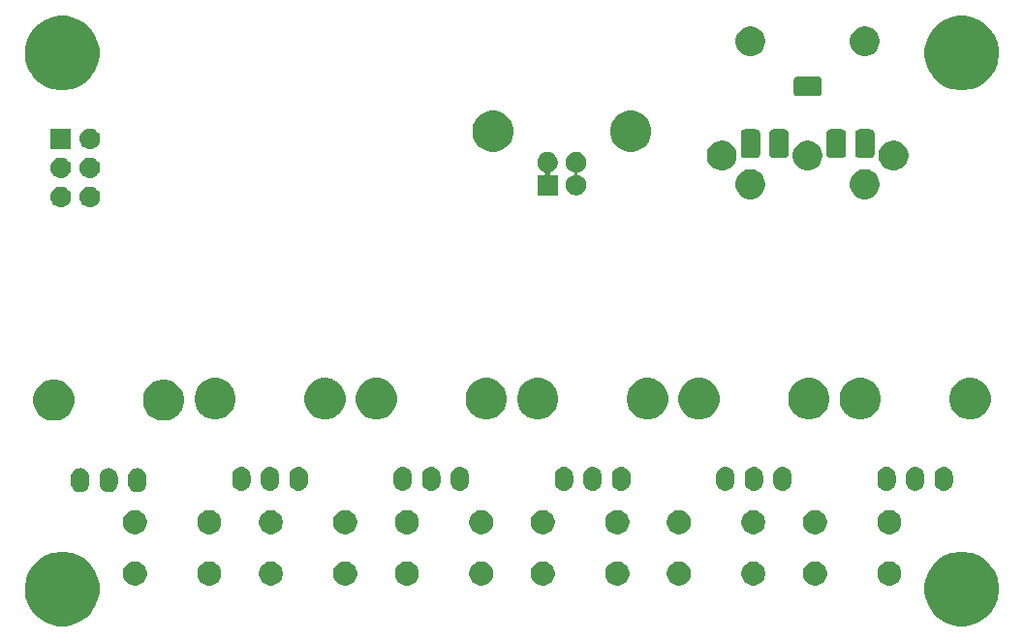
<source format=gbr>
G04 #@! TF.GenerationSoftware,KiCad,Pcbnew,(5.0.2)-1*
G04 #@! TF.CreationDate,2021-01-29T22:41:03+01:00*
G04 #@! TF.ProjectId,CardSizeMidiController,43617264-5369-47a6-954d-696469436f6e,rev?*
G04 #@! TF.SameCoordinates,Original*
G04 #@! TF.FileFunction,Soldermask,Bot*
G04 #@! TF.FilePolarity,Negative*
%FSLAX46Y46*%
G04 Gerber Fmt 4.6, Leading zero omitted, Abs format (unit mm)*
G04 Created by KiCad (PCBNEW (5.0.2)-1) date 29/01/2021 22:41:03*
%MOMM*%
%LPD*%
G01*
G04 APERTURE LIST*
%ADD10C,0.100000*%
G04 APERTURE END LIST*
D10*
G36*
X82803239Y-47230467D02*
X83117282Y-47292934D01*
X83708926Y-47538001D01*
X83998523Y-47731504D01*
X84241395Y-47893786D01*
X84694214Y-48346605D01*
X84694216Y-48346608D01*
X85049999Y-48879074D01*
X85295066Y-49470718D01*
X85350017Y-49746976D01*
X85420000Y-50098803D01*
X85420000Y-50739197D01*
X85357533Y-51053239D01*
X85295066Y-51367282D01*
X85049999Y-51958926D01*
X84802265Y-52329685D01*
X84694214Y-52491395D01*
X84241395Y-52944214D01*
X84241392Y-52944216D01*
X83708926Y-53299999D01*
X83117282Y-53545066D01*
X82803239Y-53607533D01*
X82489197Y-53670000D01*
X81848803Y-53670000D01*
X81534761Y-53607533D01*
X81220718Y-53545066D01*
X80629074Y-53299999D01*
X80096608Y-52944216D01*
X80096605Y-52944214D01*
X79643786Y-52491395D01*
X79535735Y-52329685D01*
X79288001Y-51958926D01*
X79042934Y-51367282D01*
X78980467Y-51053239D01*
X78918000Y-50739197D01*
X78918000Y-50098803D01*
X78987983Y-49746976D01*
X79042934Y-49470718D01*
X79288001Y-48879074D01*
X79643784Y-48346608D01*
X79643786Y-48346605D01*
X80096605Y-47893786D01*
X80339477Y-47731504D01*
X80629074Y-47538001D01*
X81220718Y-47292934D01*
X81534761Y-47230467D01*
X81848803Y-47168000D01*
X82489197Y-47168000D01*
X82803239Y-47230467D01*
X82803239Y-47230467D01*
G37*
G36*
X4190239Y-47230467D02*
X4504282Y-47292934D01*
X5095926Y-47538001D01*
X5385523Y-47731504D01*
X5628395Y-47893786D01*
X6081214Y-48346605D01*
X6081216Y-48346608D01*
X6436999Y-48879074D01*
X6682066Y-49470718D01*
X6737017Y-49746976D01*
X6807000Y-50098803D01*
X6807000Y-50739197D01*
X6744533Y-51053239D01*
X6682066Y-51367282D01*
X6436999Y-51958926D01*
X6189265Y-52329685D01*
X6081214Y-52491395D01*
X5628395Y-52944214D01*
X5628392Y-52944216D01*
X5095926Y-53299999D01*
X4504282Y-53545066D01*
X4190239Y-53607533D01*
X3876197Y-53670000D01*
X3235803Y-53670000D01*
X2921761Y-53607533D01*
X2607718Y-53545066D01*
X2016074Y-53299999D01*
X1483608Y-52944216D01*
X1483605Y-52944214D01*
X1030786Y-52491395D01*
X922735Y-52329685D01*
X675001Y-51958926D01*
X429934Y-51367282D01*
X367467Y-51053239D01*
X305000Y-50739197D01*
X305000Y-50098803D01*
X374983Y-49746976D01*
X429934Y-49470718D01*
X675001Y-48879074D01*
X1030784Y-48346608D01*
X1030786Y-48346605D01*
X1483605Y-47893786D01*
X1726477Y-47731504D01*
X2016074Y-47538001D01*
X2607718Y-47292934D01*
X2921761Y-47230467D01*
X3235803Y-47168000D01*
X3876197Y-47168000D01*
X4190239Y-47230467D01*
X4190239Y-47230467D01*
G37*
G36*
X52374165Y-48066389D02*
X52565434Y-48145615D01*
X52737576Y-48260637D01*
X52883963Y-48407024D01*
X52998985Y-48579166D01*
X53078211Y-48770435D01*
X53118600Y-48973484D01*
X53118600Y-49180516D01*
X53078211Y-49383565D01*
X52998985Y-49574834D01*
X52883963Y-49746976D01*
X52737576Y-49893363D01*
X52565434Y-50008385D01*
X52374165Y-50087611D01*
X52171116Y-50128000D01*
X51964084Y-50128000D01*
X51761035Y-50087611D01*
X51569766Y-50008385D01*
X51397624Y-49893363D01*
X51251237Y-49746976D01*
X51136215Y-49574834D01*
X51056989Y-49383565D01*
X51016600Y-49180516D01*
X51016600Y-48973484D01*
X51056989Y-48770435D01*
X51136215Y-48579166D01*
X51251237Y-48407024D01*
X51397624Y-48260637D01*
X51569766Y-48145615D01*
X51761035Y-48066389D01*
X51964084Y-48026000D01*
X52171116Y-48026000D01*
X52374165Y-48066389D01*
X52374165Y-48066389D01*
G37*
G36*
X28599765Y-48066389D02*
X28791034Y-48145615D01*
X28963176Y-48260637D01*
X29109563Y-48407024D01*
X29224585Y-48579166D01*
X29303811Y-48770435D01*
X29344200Y-48973484D01*
X29344200Y-49180516D01*
X29303811Y-49383565D01*
X29224585Y-49574834D01*
X29109563Y-49746976D01*
X28963176Y-49893363D01*
X28791034Y-50008385D01*
X28599765Y-50087611D01*
X28396716Y-50128000D01*
X28189684Y-50128000D01*
X27986635Y-50087611D01*
X27795366Y-50008385D01*
X27623224Y-49893363D01*
X27476837Y-49746976D01*
X27361815Y-49574834D01*
X27282589Y-49383565D01*
X27242200Y-49180516D01*
X27242200Y-48973484D01*
X27282589Y-48770435D01*
X27361815Y-48579166D01*
X27476837Y-48407024D01*
X27623224Y-48260637D01*
X27795366Y-48145615D01*
X27986635Y-48066389D01*
X28189684Y-48026000D01*
X28396716Y-48026000D01*
X28599765Y-48066389D01*
X28599765Y-48066389D01*
G37*
G36*
X33986965Y-48066389D02*
X34178234Y-48145615D01*
X34350376Y-48260637D01*
X34496763Y-48407024D01*
X34611785Y-48579166D01*
X34691011Y-48770435D01*
X34731400Y-48973484D01*
X34731400Y-49180516D01*
X34691011Y-49383565D01*
X34611785Y-49574834D01*
X34496763Y-49746976D01*
X34350376Y-49893363D01*
X34178234Y-50008385D01*
X33986965Y-50087611D01*
X33783916Y-50128000D01*
X33576884Y-50128000D01*
X33373835Y-50087611D01*
X33182566Y-50008385D01*
X33010424Y-49893363D01*
X32864037Y-49746976D01*
X32749015Y-49574834D01*
X32669789Y-49383565D01*
X32629400Y-49180516D01*
X32629400Y-48973484D01*
X32669789Y-48770435D01*
X32749015Y-48579166D01*
X32864037Y-48407024D01*
X33010424Y-48260637D01*
X33182566Y-48145615D01*
X33373835Y-48066389D01*
X33576884Y-48026000D01*
X33783916Y-48026000D01*
X33986965Y-48066389D01*
X33986965Y-48066389D01*
G37*
G36*
X40486965Y-48066389D02*
X40678234Y-48145615D01*
X40850376Y-48260637D01*
X40996763Y-48407024D01*
X41111785Y-48579166D01*
X41191011Y-48770435D01*
X41231400Y-48973484D01*
X41231400Y-49180516D01*
X41191011Y-49383565D01*
X41111785Y-49574834D01*
X40996763Y-49746976D01*
X40850376Y-49893363D01*
X40678234Y-50008385D01*
X40486965Y-50087611D01*
X40283916Y-50128000D01*
X40076884Y-50128000D01*
X39873835Y-50087611D01*
X39682566Y-50008385D01*
X39510424Y-49893363D01*
X39364037Y-49746976D01*
X39249015Y-49574834D01*
X39169789Y-49383565D01*
X39129400Y-49180516D01*
X39129400Y-48973484D01*
X39169789Y-48770435D01*
X39249015Y-48579166D01*
X39364037Y-48407024D01*
X39510424Y-48260637D01*
X39682566Y-48145615D01*
X39873835Y-48066389D01*
X40076884Y-48026000D01*
X40283916Y-48026000D01*
X40486965Y-48066389D01*
X40486965Y-48066389D01*
G37*
G36*
X45874165Y-48066389D02*
X46065434Y-48145615D01*
X46237576Y-48260637D01*
X46383963Y-48407024D01*
X46498985Y-48579166D01*
X46578211Y-48770435D01*
X46618600Y-48973484D01*
X46618600Y-49180516D01*
X46578211Y-49383565D01*
X46498985Y-49574834D01*
X46383963Y-49746976D01*
X46237576Y-49893363D01*
X46065434Y-50008385D01*
X45874165Y-50087611D01*
X45671116Y-50128000D01*
X45464084Y-50128000D01*
X45261035Y-50087611D01*
X45069766Y-50008385D01*
X44897624Y-49893363D01*
X44751237Y-49746976D01*
X44636215Y-49574834D01*
X44556989Y-49383565D01*
X44516600Y-49180516D01*
X44516600Y-48973484D01*
X44556989Y-48770435D01*
X44636215Y-48579166D01*
X44751237Y-48407024D01*
X44897624Y-48260637D01*
X45069766Y-48145615D01*
X45261035Y-48066389D01*
X45464084Y-48026000D01*
X45671116Y-48026000D01*
X45874165Y-48066389D01*
X45874165Y-48066389D01*
G37*
G36*
X57761365Y-48066389D02*
X57952634Y-48145615D01*
X58124776Y-48260637D01*
X58271163Y-48407024D01*
X58386185Y-48579166D01*
X58465411Y-48770435D01*
X58505800Y-48973484D01*
X58505800Y-49180516D01*
X58465411Y-49383565D01*
X58386185Y-49574834D01*
X58271163Y-49746976D01*
X58124776Y-49893363D01*
X57952634Y-50008385D01*
X57761365Y-50087611D01*
X57558316Y-50128000D01*
X57351284Y-50128000D01*
X57148235Y-50087611D01*
X56956966Y-50008385D01*
X56784824Y-49893363D01*
X56638437Y-49746976D01*
X56523415Y-49574834D01*
X56444189Y-49383565D01*
X56403800Y-49180516D01*
X56403800Y-48973484D01*
X56444189Y-48770435D01*
X56523415Y-48579166D01*
X56638437Y-48407024D01*
X56784824Y-48260637D01*
X56956966Y-48145615D01*
X57148235Y-48066389D01*
X57351284Y-48026000D01*
X57558316Y-48026000D01*
X57761365Y-48066389D01*
X57761365Y-48066389D01*
G37*
G36*
X64261365Y-48066389D02*
X64452634Y-48145615D01*
X64624776Y-48260637D01*
X64771163Y-48407024D01*
X64886185Y-48579166D01*
X64965411Y-48770435D01*
X65005800Y-48973484D01*
X65005800Y-49180516D01*
X64965411Y-49383565D01*
X64886185Y-49574834D01*
X64771163Y-49746976D01*
X64624776Y-49893363D01*
X64452634Y-50008385D01*
X64261365Y-50087611D01*
X64058316Y-50128000D01*
X63851284Y-50128000D01*
X63648235Y-50087611D01*
X63456966Y-50008385D01*
X63284824Y-49893363D01*
X63138437Y-49746976D01*
X63023415Y-49574834D01*
X62944189Y-49383565D01*
X62903800Y-49180516D01*
X62903800Y-48973484D01*
X62944189Y-48770435D01*
X63023415Y-48579166D01*
X63138437Y-48407024D01*
X63284824Y-48260637D01*
X63456966Y-48145615D01*
X63648235Y-48066389D01*
X63851284Y-48026000D01*
X64058316Y-48026000D01*
X64261365Y-48066389D01*
X64261365Y-48066389D01*
G37*
G36*
X76148565Y-48066389D02*
X76339834Y-48145615D01*
X76511976Y-48260637D01*
X76658363Y-48407024D01*
X76773385Y-48579166D01*
X76852611Y-48770435D01*
X76893000Y-48973484D01*
X76893000Y-49180516D01*
X76852611Y-49383565D01*
X76773385Y-49574834D01*
X76658363Y-49746976D01*
X76511976Y-49893363D01*
X76339834Y-50008385D01*
X76148565Y-50087611D01*
X75945516Y-50128000D01*
X75738484Y-50128000D01*
X75535435Y-50087611D01*
X75344166Y-50008385D01*
X75172024Y-49893363D01*
X75025637Y-49746976D01*
X74910615Y-49574834D01*
X74831389Y-49383565D01*
X74791000Y-49180516D01*
X74791000Y-48973484D01*
X74831389Y-48770435D01*
X74910615Y-48579166D01*
X75025637Y-48407024D01*
X75172024Y-48260637D01*
X75344166Y-48145615D01*
X75535435Y-48066389D01*
X75738484Y-48026000D01*
X75945516Y-48026000D01*
X76148565Y-48066389D01*
X76148565Y-48066389D01*
G37*
G36*
X69648565Y-48066389D02*
X69839834Y-48145615D01*
X70011976Y-48260637D01*
X70158363Y-48407024D01*
X70273385Y-48579166D01*
X70352611Y-48770435D01*
X70393000Y-48973484D01*
X70393000Y-49180516D01*
X70352611Y-49383565D01*
X70273385Y-49574834D01*
X70158363Y-49746976D01*
X70011976Y-49893363D01*
X69839834Y-50008385D01*
X69648565Y-50087611D01*
X69445516Y-50128000D01*
X69238484Y-50128000D01*
X69035435Y-50087611D01*
X68844166Y-50008385D01*
X68672024Y-49893363D01*
X68525637Y-49746976D01*
X68410615Y-49574834D01*
X68331389Y-49383565D01*
X68291000Y-49180516D01*
X68291000Y-48973484D01*
X68331389Y-48770435D01*
X68410615Y-48579166D01*
X68525637Y-48407024D01*
X68672024Y-48260637D01*
X68844166Y-48145615D01*
X69035435Y-48066389D01*
X69238484Y-48026000D01*
X69445516Y-48026000D01*
X69648565Y-48066389D01*
X69648565Y-48066389D01*
G37*
G36*
X16712565Y-48066389D02*
X16903834Y-48145615D01*
X17075976Y-48260637D01*
X17222363Y-48407024D01*
X17337385Y-48579166D01*
X17416611Y-48770435D01*
X17457000Y-48973484D01*
X17457000Y-49180516D01*
X17416611Y-49383565D01*
X17337385Y-49574834D01*
X17222363Y-49746976D01*
X17075976Y-49893363D01*
X16903834Y-50008385D01*
X16712565Y-50087611D01*
X16509516Y-50128000D01*
X16302484Y-50128000D01*
X16099435Y-50087611D01*
X15908166Y-50008385D01*
X15736024Y-49893363D01*
X15589637Y-49746976D01*
X15474615Y-49574834D01*
X15395389Y-49383565D01*
X15355000Y-49180516D01*
X15355000Y-48973484D01*
X15395389Y-48770435D01*
X15474615Y-48579166D01*
X15589637Y-48407024D01*
X15736024Y-48260637D01*
X15908166Y-48145615D01*
X16099435Y-48066389D01*
X16302484Y-48026000D01*
X16509516Y-48026000D01*
X16712565Y-48066389D01*
X16712565Y-48066389D01*
G37*
G36*
X10212565Y-48066389D02*
X10403834Y-48145615D01*
X10575976Y-48260637D01*
X10722363Y-48407024D01*
X10837385Y-48579166D01*
X10916611Y-48770435D01*
X10957000Y-48973484D01*
X10957000Y-49180516D01*
X10916611Y-49383565D01*
X10837385Y-49574834D01*
X10722363Y-49746976D01*
X10575976Y-49893363D01*
X10403834Y-50008385D01*
X10212565Y-50087611D01*
X10009516Y-50128000D01*
X9802484Y-50128000D01*
X9599435Y-50087611D01*
X9408166Y-50008385D01*
X9236024Y-49893363D01*
X9089637Y-49746976D01*
X8974615Y-49574834D01*
X8895389Y-49383565D01*
X8855000Y-49180516D01*
X8855000Y-48973484D01*
X8895389Y-48770435D01*
X8974615Y-48579166D01*
X9089637Y-48407024D01*
X9236024Y-48260637D01*
X9408166Y-48145615D01*
X9599435Y-48066389D01*
X9802484Y-48026000D01*
X10009516Y-48026000D01*
X10212565Y-48066389D01*
X10212565Y-48066389D01*
G37*
G36*
X22099765Y-48066389D02*
X22291034Y-48145615D01*
X22463176Y-48260637D01*
X22609563Y-48407024D01*
X22724585Y-48579166D01*
X22803811Y-48770435D01*
X22844200Y-48973484D01*
X22844200Y-49180516D01*
X22803811Y-49383565D01*
X22724585Y-49574834D01*
X22609563Y-49746976D01*
X22463176Y-49893363D01*
X22291034Y-50008385D01*
X22099765Y-50087611D01*
X21896716Y-50128000D01*
X21689684Y-50128000D01*
X21486635Y-50087611D01*
X21295366Y-50008385D01*
X21123224Y-49893363D01*
X20976837Y-49746976D01*
X20861815Y-49574834D01*
X20782589Y-49383565D01*
X20742200Y-49180516D01*
X20742200Y-48973484D01*
X20782589Y-48770435D01*
X20861815Y-48579166D01*
X20976837Y-48407024D01*
X21123224Y-48260637D01*
X21295366Y-48145615D01*
X21486635Y-48066389D01*
X21689684Y-48026000D01*
X21896716Y-48026000D01*
X22099765Y-48066389D01*
X22099765Y-48066389D01*
G37*
G36*
X33986965Y-43566389D02*
X34178234Y-43645615D01*
X34350376Y-43760637D01*
X34496763Y-43907024D01*
X34611785Y-44079166D01*
X34691011Y-44270435D01*
X34731400Y-44473484D01*
X34731400Y-44680516D01*
X34691011Y-44883565D01*
X34611785Y-45074834D01*
X34496763Y-45246976D01*
X34350376Y-45393363D01*
X34178234Y-45508385D01*
X33986965Y-45587611D01*
X33783916Y-45628000D01*
X33576884Y-45628000D01*
X33373835Y-45587611D01*
X33182566Y-45508385D01*
X33010424Y-45393363D01*
X32864037Y-45246976D01*
X32749015Y-45074834D01*
X32669789Y-44883565D01*
X32629400Y-44680516D01*
X32629400Y-44473484D01*
X32669789Y-44270435D01*
X32749015Y-44079166D01*
X32864037Y-43907024D01*
X33010424Y-43760637D01*
X33182566Y-43645615D01*
X33373835Y-43566389D01*
X33576884Y-43526000D01*
X33783916Y-43526000D01*
X33986965Y-43566389D01*
X33986965Y-43566389D01*
G37*
G36*
X76148565Y-43566389D02*
X76339834Y-43645615D01*
X76511976Y-43760637D01*
X76658363Y-43907024D01*
X76773385Y-44079166D01*
X76852611Y-44270435D01*
X76893000Y-44473484D01*
X76893000Y-44680516D01*
X76852611Y-44883565D01*
X76773385Y-45074834D01*
X76658363Y-45246976D01*
X76511976Y-45393363D01*
X76339834Y-45508385D01*
X76148565Y-45587611D01*
X75945516Y-45628000D01*
X75738484Y-45628000D01*
X75535435Y-45587611D01*
X75344166Y-45508385D01*
X75172024Y-45393363D01*
X75025637Y-45246976D01*
X74910615Y-45074834D01*
X74831389Y-44883565D01*
X74791000Y-44680516D01*
X74791000Y-44473484D01*
X74831389Y-44270435D01*
X74910615Y-44079166D01*
X75025637Y-43907024D01*
X75172024Y-43760637D01*
X75344166Y-43645615D01*
X75535435Y-43566389D01*
X75738484Y-43526000D01*
X75945516Y-43526000D01*
X76148565Y-43566389D01*
X76148565Y-43566389D01*
G37*
G36*
X10212565Y-43566389D02*
X10403834Y-43645615D01*
X10575976Y-43760637D01*
X10722363Y-43907024D01*
X10837385Y-44079166D01*
X10916611Y-44270435D01*
X10957000Y-44473484D01*
X10957000Y-44680516D01*
X10916611Y-44883565D01*
X10837385Y-45074834D01*
X10722363Y-45246976D01*
X10575976Y-45393363D01*
X10403834Y-45508385D01*
X10212565Y-45587611D01*
X10009516Y-45628000D01*
X9802484Y-45628000D01*
X9599435Y-45587611D01*
X9408166Y-45508385D01*
X9236024Y-45393363D01*
X9089637Y-45246976D01*
X8974615Y-45074834D01*
X8895389Y-44883565D01*
X8855000Y-44680516D01*
X8855000Y-44473484D01*
X8895389Y-44270435D01*
X8974615Y-44079166D01*
X9089637Y-43907024D01*
X9236024Y-43760637D01*
X9408166Y-43645615D01*
X9599435Y-43566389D01*
X9802484Y-43526000D01*
X10009516Y-43526000D01*
X10212565Y-43566389D01*
X10212565Y-43566389D01*
G37*
G36*
X16712565Y-43566389D02*
X16903834Y-43645615D01*
X17075976Y-43760637D01*
X17222363Y-43907024D01*
X17337385Y-44079166D01*
X17416611Y-44270435D01*
X17457000Y-44473484D01*
X17457000Y-44680516D01*
X17416611Y-44883565D01*
X17337385Y-45074834D01*
X17222363Y-45246976D01*
X17075976Y-45393363D01*
X16903834Y-45508385D01*
X16712565Y-45587611D01*
X16509516Y-45628000D01*
X16302484Y-45628000D01*
X16099435Y-45587611D01*
X15908166Y-45508385D01*
X15736024Y-45393363D01*
X15589637Y-45246976D01*
X15474615Y-45074834D01*
X15395389Y-44883565D01*
X15355000Y-44680516D01*
X15355000Y-44473484D01*
X15395389Y-44270435D01*
X15474615Y-44079166D01*
X15589637Y-43907024D01*
X15736024Y-43760637D01*
X15908166Y-43645615D01*
X16099435Y-43566389D01*
X16302484Y-43526000D01*
X16509516Y-43526000D01*
X16712565Y-43566389D01*
X16712565Y-43566389D01*
G37*
G36*
X69648565Y-43566389D02*
X69839834Y-43645615D01*
X70011976Y-43760637D01*
X70158363Y-43907024D01*
X70273385Y-44079166D01*
X70352611Y-44270435D01*
X70393000Y-44473484D01*
X70393000Y-44680516D01*
X70352611Y-44883565D01*
X70273385Y-45074834D01*
X70158363Y-45246976D01*
X70011976Y-45393363D01*
X69839834Y-45508385D01*
X69648565Y-45587611D01*
X69445516Y-45628000D01*
X69238484Y-45628000D01*
X69035435Y-45587611D01*
X68844166Y-45508385D01*
X68672024Y-45393363D01*
X68525637Y-45246976D01*
X68410615Y-45074834D01*
X68331389Y-44883565D01*
X68291000Y-44680516D01*
X68291000Y-44473484D01*
X68331389Y-44270435D01*
X68410615Y-44079166D01*
X68525637Y-43907024D01*
X68672024Y-43760637D01*
X68844166Y-43645615D01*
X69035435Y-43566389D01*
X69238484Y-43526000D01*
X69445516Y-43526000D01*
X69648565Y-43566389D01*
X69648565Y-43566389D01*
G37*
G36*
X28599765Y-43566389D02*
X28791034Y-43645615D01*
X28963176Y-43760637D01*
X29109563Y-43907024D01*
X29224585Y-44079166D01*
X29303811Y-44270435D01*
X29344200Y-44473484D01*
X29344200Y-44680516D01*
X29303811Y-44883565D01*
X29224585Y-45074834D01*
X29109563Y-45246976D01*
X28963176Y-45393363D01*
X28791034Y-45508385D01*
X28599765Y-45587611D01*
X28396716Y-45628000D01*
X28189684Y-45628000D01*
X27986635Y-45587611D01*
X27795366Y-45508385D01*
X27623224Y-45393363D01*
X27476837Y-45246976D01*
X27361815Y-45074834D01*
X27282589Y-44883565D01*
X27242200Y-44680516D01*
X27242200Y-44473484D01*
X27282589Y-44270435D01*
X27361815Y-44079166D01*
X27476837Y-43907024D01*
X27623224Y-43760637D01*
X27795366Y-43645615D01*
X27986635Y-43566389D01*
X28189684Y-43526000D01*
X28396716Y-43526000D01*
X28599765Y-43566389D01*
X28599765Y-43566389D01*
G37*
G36*
X22099765Y-43566389D02*
X22291034Y-43645615D01*
X22463176Y-43760637D01*
X22609563Y-43907024D01*
X22724585Y-44079166D01*
X22803811Y-44270435D01*
X22844200Y-44473484D01*
X22844200Y-44680516D01*
X22803811Y-44883565D01*
X22724585Y-45074834D01*
X22609563Y-45246976D01*
X22463176Y-45393363D01*
X22291034Y-45508385D01*
X22099765Y-45587611D01*
X21896716Y-45628000D01*
X21689684Y-45628000D01*
X21486635Y-45587611D01*
X21295366Y-45508385D01*
X21123224Y-45393363D01*
X20976837Y-45246976D01*
X20861815Y-45074834D01*
X20782589Y-44883565D01*
X20742200Y-44680516D01*
X20742200Y-44473484D01*
X20782589Y-44270435D01*
X20861815Y-44079166D01*
X20976837Y-43907024D01*
X21123224Y-43760637D01*
X21295366Y-43645615D01*
X21486635Y-43566389D01*
X21689684Y-43526000D01*
X21896716Y-43526000D01*
X22099765Y-43566389D01*
X22099765Y-43566389D01*
G37*
G36*
X64261365Y-43566389D02*
X64452634Y-43645615D01*
X64624776Y-43760637D01*
X64771163Y-43907024D01*
X64886185Y-44079166D01*
X64965411Y-44270435D01*
X65005800Y-44473484D01*
X65005800Y-44680516D01*
X64965411Y-44883565D01*
X64886185Y-45074834D01*
X64771163Y-45246976D01*
X64624776Y-45393363D01*
X64452634Y-45508385D01*
X64261365Y-45587611D01*
X64058316Y-45628000D01*
X63851284Y-45628000D01*
X63648235Y-45587611D01*
X63456966Y-45508385D01*
X63284824Y-45393363D01*
X63138437Y-45246976D01*
X63023415Y-45074834D01*
X62944189Y-44883565D01*
X62903800Y-44680516D01*
X62903800Y-44473484D01*
X62944189Y-44270435D01*
X63023415Y-44079166D01*
X63138437Y-43907024D01*
X63284824Y-43760637D01*
X63456966Y-43645615D01*
X63648235Y-43566389D01*
X63851284Y-43526000D01*
X64058316Y-43526000D01*
X64261365Y-43566389D01*
X64261365Y-43566389D01*
G37*
G36*
X57761365Y-43566389D02*
X57952634Y-43645615D01*
X58124776Y-43760637D01*
X58271163Y-43907024D01*
X58386185Y-44079166D01*
X58465411Y-44270435D01*
X58505800Y-44473484D01*
X58505800Y-44680516D01*
X58465411Y-44883565D01*
X58386185Y-45074834D01*
X58271163Y-45246976D01*
X58124776Y-45393363D01*
X57952634Y-45508385D01*
X57761365Y-45587611D01*
X57558316Y-45628000D01*
X57351284Y-45628000D01*
X57148235Y-45587611D01*
X56956966Y-45508385D01*
X56784824Y-45393363D01*
X56638437Y-45246976D01*
X56523415Y-45074834D01*
X56444189Y-44883565D01*
X56403800Y-44680516D01*
X56403800Y-44473484D01*
X56444189Y-44270435D01*
X56523415Y-44079166D01*
X56638437Y-43907024D01*
X56784824Y-43760637D01*
X56956966Y-43645615D01*
X57148235Y-43566389D01*
X57351284Y-43526000D01*
X57558316Y-43526000D01*
X57761365Y-43566389D01*
X57761365Y-43566389D01*
G37*
G36*
X40486965Y-43566389D02*
X40678234Y-43645615D01*
X40850376Y-43760637D01*
X40996763Y-43907024D01*
X41111785Y-44079166D01*
X41191011Y-44270435D01*
X41231400Y-44473484D01*
X41231400Y-44680516D01*
X41191011Y-44883565D01*
X41111785Y-45074834D01*
X40996763Y-45246976D01*
X40850376Y-45393363D01*
X40678234Y-45508385D01*
X40486965Y-45587611D01*
X40283916Y-45628000D01*
X40076884Y-45628000D01*
X39873835Y-45587611D01*
X39682566Y-45508385D01*
X39510424Y-45393363D01*
X39364037Y-45246976D01*
X39249015Y-45074834D01*
X39169789Y-44883565D01*
X39129400Y-44680516D01*
X39129400Y-44473484D01*
X39169789Y-44270435D01*
X39249015Y-44079166D01*
X39364037Y-43907024D01*
X39510424Y-43760637D01*
X39682566Y-43645615D01*
X39873835Y-43566389D01*
X40076884Y-43526000D01*
X40283916Y-43526000D01*
X40486965Y-43566389D01*
X40486965Y-43566389D01*
G37*
G36*
X45874165Y-43566389D02*
X46065434Y-43645615D01*
X46237576Y-43760637D01*
X46383963Y-43907024D01*
X46498985Y-44079166D01*
X46578211Y-44270435D01*
X46618600Y-44473484D01*
X46618600Y-44680516D01*
X46578211Y-44883565D01*
X46498985Y-45074834D01*
X46383963Y-45246976D01*
X46237576Y-45393363D01*
X46065434Y-45508385D01*
X45874165Y-45587611D01*
X45671116Y-45628000D01*
X45464084Y-45628000D01*
X45261035Y-45587611D01*
X45069766Y-45508385D01*
X44897624Y-45393363D01*
X44751237Y-45246976D01*
X44636215Y-45074834D01*
X44556989Y-44883565D01*
X44516600Y-44680516D01*
X44516600Y-44473484D01*
X44556989Y-44270435D01*
X44636215Y-44079166D01*
X44751237Y-43907024D01*
X44897624Y-43760637D01*
X45069766Y-43645615D01*
X45261035Y-43566389D01*
X45464084Y-43526000D01*
X45671116Y-43526000D01*
X45874165Y-43566389D01*
X45874165Y-43566389D01*
G37*
G36*
X52374165Y-43566389D02*
X52565434Y-43645615D01*
X52737576Y-43760637D01*
X52883963Y-43907024D01*
X52998985Y-44079166D01*
X53078211Y-44270435D01*
X53118600Y-44473484D01*
X53118600Y-44680516D01*
X53078211Y-44883565D01*
X52998985Y-45074834D01*
X52883963Y-45246976D01*
X52737576Y-45393363D01*
X52565434Y-45508385D01*
X52374165Y-45587611D01*
X52171116Y-45628000D01*
X51964084Y-45628000D01*
X51761035Y-45587611D01*
X51569766Y-45508385D01*
X51397624Y-45393363D01*
X51251237Y-45246976D01*
X51136215Y-45074834D01*
X51056989Y-44883565D01*
X51016600Y-44680516D01*
X51016600Y-44473484D01*
X51056989Y-44270435D01*
X51136215Y-44079166D01*
X51251237Y-43907024D01*
X51397624Y-43760637D01*
X51569766Y-43645615D01*
X51761035Y-43566389D01*
X51964084Y-43526000D01*
X52171116Y-43526000D01*
X52374165Y-43566389D01*
X52374165Y-43566389D01*
G37*
G36*
X5278424Y-39869590D02*
X5429411Y-39915392D01*
X5568561Y-39989768D01*
X5629548Y-40039819D01*
X5690533Y-40089867D01*
X5690534Y-40089869D01*
X5690536Y-40089870D01*
X5790630Y-40211835D01*
X5865008Y-40350988D01*
X5910810Y-40501975D01*
X5922400Y-40619654D01*
X5922400Y-41198346D01*
X5910810Y-41316025D01*
X5865008Y-41467012D01*
X5790630Y-41606165D01*
X5690533Y-41728133D01*
X5568565Y-41828230D01*
X5429412Y-41902608D01*
X5278425Y-41948410D01*
X5121400Y-41963875D01*
X4964376Y-41948410D01*
X4813389Y-41902608D01*
X4674236Y-41828230D01*
X4552268Y-41728133D01*
X4530189Y-41701230D01*
X4452171Y-41606165D01*
X4377792Y-41467012D01*
X4339266Y-41340010D01*
X4331990Y-41316025D01*
X4320400Y-41198346D01*
X4320400Y-40619655D01*
X4331990Y-40501976D01*
X4377792Y-40350989D01*
X4452168Y-40211839D01*
X4552265Y-40089870D01*
X4552267Y-40089867D01*
X4552269Y-40089866D01*
X4552270Y-40089864D01*
X4674235Y-39989770D01*
X4813388Y-39915392D01*
X4964375Y-39869590D01*
X5121400Y-39854125D01*
X5278424Y-39869590D01*
X5278424Y-39869590D01*
G37*
G36*
X7778424Y-39869590D02*
X7929411Y-39915392D01*
X8068561Y-39989768D01*
X8129548Y-40039819D01*
X8190533Y-40089867D01*
X8190534Y-40089869D01*
X8190536Y-40089870D01*
X8290630Y-40211835D01*
X8365008Y-40350988D01*
X8410810Y-40501975D01*
X8422400Y-40619654D01*
X8422400Y-41198346D01*
X8410810Y-41316025D01*
X8365008Y-41467012D01*
X8290630Y-41606165D01*
X8190533Y-41728133D01*
X8068565Y-41828230D01*
X7929412Y-41902608D01*
X7778425Y-41948410D01*
X7621400Y-41963875D01*
X7464376Y-41948410D01*
X7313389Y-41902608D01*
X7174236Y-41828230D01*
X7052268Y-41728133D01*
X7030189Y-41701230D01*
X6952171Y-41606165D01*
X6877792Y-41467012D01*
X6839266Y-41340010D01*
X6831990Y-41316025D01*
X6820400Y-41198346D01*
X6820400Y-40619655D01*
X6831990Y-40501976D01*
X6877792Y-40350989D01*
X6952168Y-40211839D01*
X7052265Y-40089870D01*
X7052267Y-40089867D01*
X7052269Y-40089866D01*
X7052270Y-40089864D01*
X7174235Y-39989770D01*
X7313388Y-39915392D01*
X7464375Y-39869590D01*
X7621400Y-39854125D01*
X7778424Y-39869590D01*
X7778424Y-39869590D01*
G37*
G36*
X10278424Y-39869590D02*
X10429411Y-39915392D01*
X10568561Y-39989768D01*
X10629548Y-40039819D01*
X10690533Y-40089867D01*
X10690534Y-40089869D01*
X10690536Y-40089870D01*
X10790630Y-40211835D01*
X10865008Y-40350988D01*
X10910810Y-40501975D01*
X10922400Y-40619654D01*
X10922400Y-41198346D01*
X10910810Y-41316025D01*
X10865008Y-41467012D01*
X10790630Y-41606165D01*
X10690533Y-41728133D01*
X10568565Y-41828230D01*
X10429412Y-41902608D01*
X10278425Y-41948410D01*
X10121400Y-41963875D01*
X9964376Y-41948410D01*
X9813389Y-41902608D01*
X9674236Y-41828230D01*
X9552268Y-41728133D01*
X9530189Y-41701230D01*
X9452171Y-41606165D01*
X9377792Y-41467012D01*
X9339266Y-41340010D01*
X9331990Y-41316025D01*
X9320400Y-41198346D01*
X9320400Y-40619655D01*
X9331990Y-40501976D01*
X9377792Y-40350989D01*
X9452168Y-40211839D01*
X9552265Y-40089870D01*
X9552267Y-40089867D01*
X9552269Y-40089866D01*
X9552270Y-40089864D01*
X9674235Y-39989770D01*
X9813388Y-39915392D01*
X9964375Y-39869590D01*
X10121400Y-39854125D01*
X10278424Y-39869590D01*
X10278424Y-39869590D01*
G37*
G36*
X78260624Y-39742590D02*
X78411611Y-39788392D01*
X78550761Y-39862768D01*
X78611748Y-39912819D01*
X78672733Y-39962867D01*
X78672734Y-39962869D01*
X78672736Y-39962870D01*
X78772830Y-40084835D01*
X78847208Y-40223988D01*
X78893010Y-40374975D01*
X78904600Y-40492654D01*
X78904600Y-41071346D01*
X78893010Y-41189025D01*
X78847208Y-41340012D01*
X78772830Y-41479165D01*
X78672733Y-41601133D01*
X78550765Y-41701230D01*
X78411612Y-41775608D01*
X78260625Y-41821410D01*
X78103600Y-41836875D01*
X77946576Y-41821410D01*
X77795589Y-41775608D01*
X77656436Y-41701230D01*
X77534468Y-41601133D01*
X77434371Y-41479165D01*
X77359992Y-41340012D01*
X77317018Y-41198346D01*
X77314190Y-41189025D01*
X77302600Y-41071346D01*
X77302600Y-40492655D01*
X77314190Y-40374976D01*
X77359992Y-40223989D01*
X77434368Y-40084839D01*
X77512389Y-39989770D01*
X77534467Y-39962867D01*
X77534469Y-39962866D01*
X77534470Y-39962864D01*
X77656435Y-39862770D01*
X77795588Y-39788392D01*
X77946575Y-39742590D01*
X78103600Y-39727125D01*
X78260624Y-39742590D01*
X78260624Y-39742590D01*
G37*
G36*
X24374924Y-39742590D02*
X24525911Y-39788392D01*
X24665061Y-39862768D01*
X24726048Y-39912819D01*
X24787033Y-39962867D01*
X24787034Y-39962869D01*
X24787036Y-39962870D01*
X24887130Y-40084835D01*
X24961508Y-40223988D01*
X25007310Y-40374975D01*
X25018900Y-40492654D01*
X25018900Y-41071346D01*
X25007310Y-41189025D01*
X24961508Y-41340012D01*
X24887130Y-41479165D01*
X24787033Y-41601133D01*
X24665065Y-41701230D01*
X24525912Y-41775608D01*
X24374925Y-41821410D01*
X24217900Y-41836875D01*
X24060876Y-41821410D01*
X23909889Y-41775608D01*
X23770736Y-41701230D01*
X23648768Y-41601133D01*
X23548671Y-41479165D01*
X23474292Y-41340012D01*
X23431318Y-41198346D01*
X23428490Y-41189025D01*
X23416900Y-41071346D01*
X23416900Y-40492655D01*
X23428490Y-40374976D01*
X23474292Y-40223989D01*
X23548668Y-40084839D01*
X23626689Y-39989770D01*
X23648767Y-39962867D01*
X23648769Y-39962866D01*
X23648770Y-39962864D01*
X23770735Y-39862770D01*
X23909888Y-39788392D01*
X24060875Y-39742590D01*
X24217900Y-39727125D01*
X24374924Y-39742590D01*
X24374924Y-39742590D01*
G37*
G36*
X21874924Y-39742590D02*
X22025911Y-39788392D01*
X22165061Y-39862768D01*
X22226048Y-39912819D01*
X22287033Y-39962867D01*
X22287034Y-39962869D01*
X22287036Y-39962870D01*
X22387130Y-40084835D01*
X22461508Y-40223988D01*
X22507310Y-40374975D01*
X22518900Y-40492654D01*
X22518900Y-41071346D01*
X22507310Y-41189025D01*
X22461508Y-41340012D01*
X22387130Y-41479165D01*
X22287033Y-41601133D01*
X22165065Y-41701230D01*
X22025912Y-41775608D01*
X21874925Y-41821410D01*
X21717900Y-41836875D01*
X21560876Y-41821410D01*
X21409889Y-41775608D01*
X21270736Y-41701230D01*
X21148768Y-41601133D01*
X21048671Y-41479165D01*
X20974292Y-41340012D01*
X20931318Y-41198346D01*
X20928490Y-41189025D01*
X20916900Y-41071346D01*
X20916900Y-40492655D01*
X20928490Y-40374976D01*
X20974292Y-40223989D01*
X21048668Y-40084839D01*
X21126689Y-39989770D01*
X21148767Y-39962867D01*
X21148769Y-39962866D01*
X21148770Y-39962864D01*
X21270735Y-39862770D01*
X21409888Y-39788392D01*
X21560875Y-39742590D01*
X21717900Y-39727125D01*
X21874924Y-39742590D01*
X21874924Y-39742590D01*
G37*
G36*
X19374924Y-39742590D02*
X19525911Y-39788392D01*
X19665061Y-39862768D01*
X19726048Y-39912819D01*
X19787033Y-39962867D01*
X19787034Y-39962869D01*
X19787036Y-39962870D01*
X19887130Y-40084835D01*
X19961508Y-40223988D01*
X20007310Y-40374975D01*
X20018900Y-40492654D01*
X20018900Y-41071346D01*
X20007310Y-41189025D01*
X19961508Y-41340012D01*
X19887130Y-41479165D01*
X19787033Y-41601133D01*
X19665065Y-41701230D01*
X19525912Y-41775608D01*
X19374925Y-41821410D01*
X19217900Y-41836875D01*
X19060876Y-41821410D01*
X18909889Y-41775608D01*
X18770736Y-41701230D01*
X18648768Y-41601133D01*
X18548671Y-41479165D01*
X18474292Y-41340012D01*
X18431318Y-41198346D01*
X18428490Y-41189025D01*
X18416900Y-41071346D01*
X18416900Y-40492655D01*
X18428490Y-40374976D01*
X18474292Y-40223989D01*
X18548668Y-40084839D01*
X18626689Y-39989770D01*
X18648767Y-39962867D01*
X18648769Y-39962866D01*
X18648770Y-39962864D01*
X18770735Y-39862770D01*
X18909888Y-39788392D01*
X19060875Y-39742590D01*
X19217900Y-39727125D01*
X19374924Y-39742590D01*
X19374924Y-39742590D01*
G37*
G36*
X80760624Y-39742590D02*
X80911611Y-39788392D01*
X81050761Y-39862768D01*
X81111748Y-39912819D01*
X81172733Y-39962867D01*
X81172734Y-39962869D01*
X81172736Y-39962870D01*
X81272830Y-40084835D01*
X81347208Y-40223988D01*
X81393010Y-40374975D01*
X81404600Y-40492654D01*
X81404600Y-41071346D01*
X81393010Y-41189025D01*
X81347208Y-41340012D01*
X81272830Y-41479165D01*
X81172733Y-41601133D01*
X81050765Y-41701230D01*
X80911612Y-41775608D01*
X80760625Y-41821410D01*
X80603600Y-41836875D01*
X80446576Y-41821410D01*
X80295589Y-41775608D01*
X80156436Y-41701230D01*
X80034468Y-41601133D01*
X79934371Y-41479165D01*
X79859992Y-41340012D01*
X79817018Y-41198346D01*
X79814190Y-41189025D01*
X79802600Y-41071346D01*
X79802600Y-40492655D01*
X79814190Y-40374976D01*
X79859992Y-40223989D01*
X79934368Y-40084839D01*
X80012389Y-39989770D01*
X80034467Y-39962867D01*
X80034469Y-39962866D01*
X80034470Y-39962864D01*
X80156435Y-39862770D01*
X80295588Y-39788392D01*
X80446575Y-39742590D01*
X80603600Y-39727125D01*
X80760624Y-39742590D01*
X80760624Y-39742590D01*
G37*
G36*
X66664124Y-39742590D02*
X66815111Y-39788392D01*
X66954261Y-39862768D01*
X67015248Y-39912819D01*
X67076233Y-39962867D01*
X67076234Y-39962869D01*
X67076236Y-39962870D01*
X67176330Y-40084835D01*
X67250708Y-40223988D01*
X67296510Y-40374975D01*
X67308100Y-40492654D01*
X67308100Y-41071346D01*
X67296510Y-41189025D01*
X67250708Y-41340012D01*
X67176330Y-41479165D01*
X67076233Y-41601133D01*
X66954265Y-41701230D01*
X66815112Y-41775608D01*
X66664125Y-41821410D01*
X66507100Y-41836875D01*
X66350076Y-41821410D01*
X66199089Y-41775608D01*
X66059936Y-41701230D01*
X65937968Y-41601133D01*
X65837871Y-41479165D01*
X65763492Y-41340012D01*
X65720518Y-41198346D01*
X65717690Y-41189025D01*
X65706100Y-41071346D01*
X65706100Y-40492655D01*
X65717690Y-40374976D01*
X65763492Y-40223989D01*
X65837868Y-40084839D01*
X65915889Y-39989770D01*
X65937967Y-39962867D01*
X65937969Y-39962866D01*
X65937970Y-39962864D01*
X66059935Y-39862770D01*
X66199088Y-39788392D01*
X66350075Y-39742590D01*
X66507100Y-39727125D01*
X66664124Y-39742590D01*
X66664124Y-39742590D01*
G37*
G36*
X64164124Y-39742590D02*
X64315111Y-39788392D01*
X64454261Y-39862768D01*
X64515248Y-39912819D01*
X64576233Y-39962867D01*
X64576234Y-39962869D01*
X64576236Y-39962870D01*
X64676330Y-40084835D01*
X64750708Y-40223988D01*
X64796510Y-40374975D01*
X64808100Y-40492654D01*
X64808100Y-41071346D01*
X64796510Y-41189025D01*
X64750708Y-41340012D01*
X64676330Y-41479165D01*
X64576233Y-41601133D01*
X64454265Y-41701230D01*
X64315112Y-41775608D01*
X64164125Y-41821410D01*
X64007100Y-41836875D01*
X63850076Y-41821410D01*
X63699089Y-41775608D01*
X63559936Y-41701230D01*
X63437968Y-41601133D01*
X63337871Y-41479165D01*
X63263492Y-41340012D01*
X63220518Y-41198346D01*
X63217690Y-41189025D01*
X63206100Y-41071346D01*
X63206100Y-40492655D01*
X63217690Y-40374976D01*
X63263492Y-40223989D01*
X63337868Y-40084839D01*
X63415889Y-39989770D01*
X63437967Y-39962867D01*
X63437969Y-39962866D01*
X63437970Y-39962864D01*
X63559935Y-39862770D01*
X63699088Y-39788392D01*
X63850075Y-39742590D01*
X64007100Y-39727125D01*
X64164124Y-39742590D01*
X64164124Y-39742590D01*
G37*
G36*
X52567724Y-39742590D02*
X52718711Y-39788392D01*
X52857861Y-39862768D01*
X52918848Y-39912819D01*
X52979833Y-39962867D01*
X52979834Y-39962869D01*
X52979836Y-39962870D01*
X53079930Y-40084835D01*
X53154308Y-40223988D01*
X53200110Y-40374975D01*
X53211700Y-40492654D01*
X53211700Y-41071346D01*
X53200110Y-41189025D01*
X53154308Y-41340012D01*
X53079930Y-41479165D01*
X52979833Y-41601133D01*
X52857865Y-41701230D01*
X52718712Y-41775608D01*
X52567725Y-41821410D01*
X52410700Y-41836875D01*
X52253676Y-41821410D01*
X52102689Y-41775608D01*
X51963536Y-41701230D01*
X51841568Y-41601133D01*
X51741471Y-41479165D01*
X51667092Y-41340012D01*
X51624118Y-41198346D01*
X51621290Y-41189025D01*
X51609700Y-41071346D01*
X51609700Y-40492655D01*
X51621290Y-40374976D01*
X51667092Y-40223989D01*
X51741468Y-40084839D01*
X51819489Y-39989770D01*
X51841567Y-39962867D01*
X51841569Y-39962866D01*
X51841570Y-39962864D01*
X51963535Y-39862770D01*
X52102688Y-39788392D01*
X52253675Y-39742590D01*
X52410700Y-39727125D01*
X52567724Y-39742590D01*
X52567724Y-39742590D01*
G37*
G36*
X61664124Y-39742590D02*
X61815111Y-39788392D01*
X61954261Y-39862768D01*
X62015248Y-39912819D01*
X62076233Y-39962867D01*
X62076234Y-39962869D01*
X62076236Y-39962870D01*
X62176330Y-40084835D01*
X62250708Y-40223988D01*
X62296510Y-40374975D01*
X62308100Y-40492654D01*
X62308100Y-41071346D01*
X62296510Y-41189025D01*
X62250708Y-41340012D01*
X62176330Y-41479165D01*
X62076233Y-41601133D01*
X61954265Y-41701230D01*
X61815112Y-41775608D01*
X61664125Y-41821410D01*
X61507100Y-41836875D01*
X61350076Y-41821410D01*
X61199089Y-41775608D01*
X61059936Y-41701230D01*
X60937968Y-41601133D01*
X60837871Y-41479165D01*
X60763492Y-41340012D01*
X60720518Y-41198346D01*
X60717690Y-41189025D01*
X60706100Y-41071346D01*
X60706100Y-40492655D01*
X60717690Y-40374976D01*
X60763492Y-40223989D01*
X60837868Y-40084839D01*
X60915889Y-39989770D01*
X60937967Y-39962867D01*
X60937969Y-39962866D01*
X60937970Y-39962864D01*
X61059935Y-39862770D01*
X61199088Y-39788392D01*
X61350075Y-39742590D01*
X61507100Y-39727125D01*
X61664124Y-39742590D01*
X61664124Y-39742590D01*
G37*
G36*
X75760624Y-39742590D02*
X75911611Y-39788392D01*
X76050761Y-39862768D01*
X76111748Y-39912819D01*
X76172733Y-39962867D01*
X76172734Y-39962869D01*
X76172736Y-39962870D01*
X76272830Y-40084835D01*
X76347208Y-40223988D01*
X76393010Y-40374975D01*
X76404600Y-40492654D01*
X76404600Y-41071346D01*
X76393010Y-41189025D01*
X76347208Y-41340012D01*
X76272830Y-41479165D01*
X76172733Y-41601133D01*
X76050765Y-41701230D01*
X75911612Y-41775608D01*
X75760625Y-41821410D01*
X75603600Y-41836875D01*
X75446576Y-41821410D01*
X75295589Y-41775608D01*
X75156436Y-41701230D01*
X75034468Y-41601133D01*
X74934371Y-41479165D01*
X74859992Y-41340012D01*
X74817018Y-41198346D01*
X74814190Y-41189025D01*
X74802600Y-41071346D01*
X74802600Y-40492655D01*
X74814190Y-40374976D01*
X74859992Y-40223989D01*
X74934368Y-40084839D01*
X75012389Y-39989770D01*
X75034467Y-39962867D01*
X75034469Y-39962866D01*
X75034470Y-39962864D01*
X75156435Y-39862770D01*
X75295588Y-39788392D01*
X75446575Y-39742590D01*
X75603600Y-39727125D01*
X75760624Y-39742590D01*
X75760624Y-39742590D01*
G37*
G36*
X33471324Y-39742590D02*
X33622311Y-39788392D01*
X33761461Y-39862768D01*
X33822448Y-39912819D01*
X33883433Y-39962867D01*
X33883434Y-39962869D01*
X33883436Y-39962870D01*
X33983530Y-40084835D01*
X34057908Y-40223988D01*
X34103710Y-40374975D01*
X34115300Y-40492654D01*
X34115300Y-41071346D01*
X34103710Y-41189025D01*
X34057908Y-41340012D01*
X33983530Y-41479165D01*
X33883433Y-41601133D01*
X33761465Y-41701230D01*
X33622312Y-41775608D01*
X33471325Y-41821410D01*
X33314300Y-41836875D01*
X33157276Y-41821410D01*
X33006289Y-41775608D01*
X32867136Y-41701230D01*
X32745168Y-41601133D01*
X32645071Y-41479165D01*
X32570692Y-41340012D01*
X32527718Y-41198346D01*
X32524890Y-41189025D01*
X32513300Y-41071346D01*
X32513300Y-40492655D01*
X32524890Y-40374976D01*
X32570692Y-40223989D01*
X32645068Y-40084839D01*
X32723089Y-39989770D01*
X32745167Y-39962867D01*
X32745169Y-39962866D01*
X32745170Y-39962864D01*
X32867135Y-39862770D01*
X33006288Y-39788392D01*
X33157275Y-39742590D01*
X33314300Y-39727125D01*
X33471324Y-39742590D01*
X33471324Y-39742590D01*
G37*
G36*
X35971324Y-39742590D02*
X36122311Y-39788392D01*
X36261461Y-39862768D01*
X36322448Y-39912819D01*
X36383433Y-39962867D01*
X36383434Y-39962869D01*
X36383436Y-39962870D01*
X36483530Y-40084835D01*
X36557908Y-40223988D01*
X36603710Y-40374975D01*
X36615300Y-40492654D01*
X36615300Y-41071346D01*
X36603710Y-41189025D01*
X36557908Y-41340012D01*
X36483530Y-41479165D01*
X36383433Y-41601133D01*
X36261465Y-41701230D01*
X36122312Y-41775608D01*
X35971325Y-41821410D01*
X35814300Y-41836875D01*
X35657276Y-41821410D01*
X35506289Y-41775608D01*
X35367136Y-41701230D01*
X35245168Y-41601133D01*
X35145071Y-41479165D01*
X35070692Y-41340012D01*
X35027718Y-41198346D01*
X35024890Y-41189025D01*
X35013300Y-41071346D01*
X35013300Y-40492655D01*
X35024890Y-40374976D01*
X35070692Y-40223989D01*
X35145068Y-40084839D01*
X35223089Y-39989770D01*
X35245167Y-39962867D01*
X35245169Y-39962866D01*
X35245170Y-39962864D01*
X35367135Y-39862770D01*
X35506288Y-39788392D01*
X35657275Y-39742590D01*
X35814300Y-39727125D01*
X35971324Y-39742590D01*
X35971324Y-39742590D01*
G37*
G36*
X47567724Y-39742590D02*
X47718711Y-39788392D01*
X47857861Y-39862768D01*
X47918848Y-39912819D01*
X47979833Y-39962867D01*
X47979834Y-39962869D01*
X47979836Y-39962870D01*
X48079930Y-40084835D01*
X48154308Y-40223988D01*
X48200110Y-40374975D01*
X48211700Y-40492654D01*
X48211700Y-41071346D01*
X48200110Y-41189025D01*
X48154308Y-41340012D01*
X48079930Y-41479165D01*
X47979833Y-41601133D01*
X47857865Y-41701230D01*
X47718712Y-41775608D01*
X47567725Y-41821410D01*
X47410700Y-41836875D01*
X47253676Y-41821410D01*
X47102689Y-41775608D01*
X46963536Y-41701230D01*
X46841568Y-41601133D01*
X46741471Y-41479165D01*
X46667092Y-41340012D01*
X46624118Y-41198346D01*
X46621290Y-41189025D01*
X46609700Y-41071346D01*
X46609700Y-40492655D01*
X46621290Y-40374976D01*
X46667092Y-40223989D01*
X46741468Y-40084839D01*
X46819489Y-39989770D01*
X46841567Y-39962867D01*
X46841569Y-39962866D01*
X46841570Y-39962864D01*
X46963535Y-39862770D01*
X47102688Y-39788392D01*
X47253675Y-39742590D01*
X47410700Y-39727125D01*
X47567724Y-39742590D01*
X47567724Y-39742590D01*
G37*
G36*
X50067724Y-39742590D02*
X50218711Y-39788392D01*
X50357861Y-39862768D01*
X50418848Y-39912819D01*
X50479833Y-39962867D01*
X50479834Y-39962869D01*
X50479836Y-39962870D01*
X50579930Y-40084835D01*
X50654308Y-40223988D01*
X50700110Y-40374975D01*
X50711700Y-40492654D01*
X50711700Y-41071346D01*
X50700110Y-41189025D01*
X50654308Y-41340012D01*
X50579930Y-41479165D01*
X50479833Y-41601133D01*
X50357865Y-41701230D01*
X50218712Y-41775608D01*
X50067725Y-41821410D01*
X49910700Y-41836875D01*
X49753676Y-41821410D01*
X49602689Y-41775608D01*
X49463536Y-41701230D01*
X49341568Y-41601133D01*
X49241471Y-41479165D01*
X49167092Y-41340012D01*
X49124118Y-41198346D01*
X49121290Y-41189025D01*
X49109700Y-41071346D01*
X49109700Y-40492655D01*
X49121290Y-40374976D01*
X49167092Y-40223989D01*
X49241468Y-40084839D01*
X49319489Y-39989770D01*
X49341567Y-39962867D01*
X49341569Y-39962866D01*
X49341570Y-39962864D01*
X49463535Y-39862770D01*
X49602688Y-39788392D01*
X49753675Y-39742590D01*
X49910700Y-39727125D01*
X50067724Y-39742590D01*
X50067724Y-39742590D01*
G37*
G36*
X38471324Y-39742590D02*
X38622311Y-39788392D01*
X38761461Y-39862768D01*
X38822448Y-39912819D01*
X38883433Y-39962867D01*
X38883434Y-39962869D01*
X38883436Y-39962870D01*
X38983530Y-40084835D01*
X39057908Y-40223988D01*
X39103710Y-40374975D01*
X39115300Y-40492654D01*
X39115300Y-41071346D01*
X39103710Y-41189025D01*
X39057908Y-41340012D01*
X38983530Y-41479165D01*
X38883433Y-41601133D01*
X38761465Y-41701230D01*
X38622312Y-41775608D01*
X38471325Y-41821410D01*
X38314300Y-41836875D01*
X38157276Y-41821410D01*
X38006289Y-41775608D01*
X37867136Y-41701230D01*
X37745168Y-41601133D01*
X37645071Y-41479165D01*
X37570692Y-41340012D01*
X37527718Y-41198346D01*
X37524890Y-41189025D01*
X37513300Y-41071346D01*
X37513300Y-40492655D01*
X37524890Y-40374976D01*
X37570692Y-40223989D01*
X37645068Y-40084839D01*
X37723089Y-39989770D01*
X37745167Y-39962867D01*
X37745169Y-39962866D01*
X37745170Y-39962864D01*
X37867135Y-39862770D01*
X38006288Y-39788392D01*
X38157275Y-39742590D01*
X38314300Y-39727125D01*
X38471324Y-39742590D01*
X38471324Y-39742590D01*
G37*
G36*
X3346731Y-32177211D02*
X3674492Y-32312974D01*
X3969473Y-32510074D01*
X4220326Y-32760927D01*
X4417426Y-33055908D01*
X4553189Y-33383669D01*
X4622400Y-33731616D01*
X4622400Y-34086384D01*
X4553189Y-34434331D01*
X4417426Y-34762092D01*
X4220326Y-35057073D01*
X3969473Y-35307926D01*
X3674492Y-35505026D01*
X3346731Y-35640789D01*
X2998784Y-35710000D01*
X2644016Y-35710000D01*
X2296069Y-35640789D01*
X1968308Y-35505026D01*
X1673327Y-35307926D01*
X1422474Y-35057073D01*
X1225374Y-34762092D01*
X1089611Y-34434331D01*
X1020400Y-34086384D01*
X1020400Y-33731616D01*
X1089611Y-33383669D01*
X1225374Y-33055908D01*
X1422474Y-32760927D01*
X1673327Y-32510074D01*
X1968308Y-32312974D01*
X2296069Y-32177211D01*
X2644016Y-32108000D01*
X2998784Y-32108000D01*
X3346731Y-32177211D01*
X3346731Y-32177211D01*
G37*
G36*
X12946731Y-32177211D02*
X13274492Y-32312974D01*
X13569473Y-32510074D01*
X13820326Y-32760927D01*
X14017426Y-33055908D01*
X14153189Y-33383669D01*
X14222400Y-33731616D01*
X14222400Y-34086384D01*
X14153189Y-34434331D01*
X14017426Y-34762092D01*
X13820326Y-35057073D01*
X13569473Y-35307926D01*
X13274492Y-35505026D01*
X12946731Y-35640789D01*
X12598784Y-35710000D01*
X12244016Y-35710000D01*
X11896069Y-35640789D01*
X11568308Y-35505026D01*
X11273327Y-35307926D01*
X11022474Y-35057073D01*
X10825374Y-34762092D01*
X10689611Y-34434331D01*
X10620400Y-34086384D01*
X10620400Y-33731616D01*
X10689611Y-33383669D01*
X10825374Y-33055908D01*
X11022474Y-32760927D01*
X11273327Y-32510074D01*
X11568308Y-32312974D01*
X11896069Y-32177211D01*
X12244016Y-32108000D01*
X12598784Y-32108000D01*
X12946731Y-32177211D01*
X12946731Y-32177211D01*
G37*
G36*
X17443231Y-32050211D02*
X17770992Y-32185974D01*
X18065973Y-32383074D01*
X18316826Y-32633927D01*
X18513926Y-32928908D01*
X18649689Y-33256669D01*
X18718900Y-33604616D01*
X18718900Y-33959384D01*
X18649689Y-34307331D01*
X18513926Y-34635092D01*
X18316826Y-34930073D01*
X18065973Y-35180926D01*
X17770992Y-35378026D01*
X17443231Y-35513789D01*
X17095284Y-35583000D01*
X16740516Y-35583000D01*
X16392569Y-35513789D01*
X16064808Y-35378026D01*
X15769827Y-35180926D01*
X15518974Y-34930073D01*
X15321874Y-34635092D01*
X15186111Y-34307331D01*
X15116900Y-33959384D01*
X15116900Y-33604616D01*
X15186111Y-33256669D01*
X15321874Y-32928908D01*
X15518974Y-32633927D01*
X15769827Y-32383074D01*
X16064808Y-32185974D01*
X16392569Y-32050211D01*
X16740516Y-31981000D01*
X17095284Y-31981000D01*
X17443231Y-32050211D01*
X17443231Y-32050211D01*
G37*
G36*
X55236031Y-32050211D02*
X55563792Y-32185974D01*
X55858773Y-32383074D01*
X56109626Y-32633927D01*
X56306726Y-32928908D01*
X56442489Y-33256669D01*
X56511700Y-33604616D01*
X56511700Y-33959384D01*
X56442489Y-34307331D01*
X56306726Y-34635092D01*
X56109626Y-34930073D01*
X55858773Y-35180926D01*
X55563792Y-35378026D01*
X55236031Y-35513789D01*
X54888084Y-35583000D01*
X54533316Y-35583000D01*
X54185369Y-35513789D01*
X53857608Y-35378026D01*
X53562627Y-35180926D01*
X53311774Y-34930073D01*
X53114674Y-34635092D01*
X52978911Y-34307331D01*
X52909700Y-33959384D01*
X52909700Y-33604616D01*
X52978911Y-33256669D01*
X53114674Y-32928908D01*
X53311774Y-32633927D01*
X53562627Y-32383074D01*
X53857608Y-32185974D01*
X54185369Y-32050211D01*
X54533316Y-31981000D01*
X54888084Y-31981000D01*
X55236031Y-32050211D01*
X55236031Y-32050211D01*
G37*
G36*
X45636031Y-32050211D02*
X45963792Y-32185974D01*
X46258773Y-32383074D01*
X46509626Y-32633927D01*
X46706726Y-32928908D01*
X46842489Y-33256669D01*
X46911700Y-33604616D01*
X46911700Y-33959384D01*
X46842489Y-34307331D01*
X46706726Y-34635092D01*
X46509626Y-34930073D01*
X46258773Y-35180926D01*
X45963792Y-35378026D01*
X45636031Y-35513789D01*
X45288084Y-35583000D01*
X44933316Y-35583000D01*
X44585369Y-35513789D01*
X44257608Y-35378026D01*
X43962627Y-35180926D01*
X43711774Y-34930073D01*
X43514674Y-34635092D01*
X43378911Y-34307331D01*
X43309700Y-33959384D01*
X43309700Y-33604616D01*
X43378911Y-33256669D01*
X43514674Y-32928908D01*
X43711774Y-32633927D01*
X43962627Y-32383074D01*
X44257608Y-32185974D01*
X44585369Y-32050211D01*
X44933316Y-31981000D01*
X45288084Y-31981000D01*
X45636031Y-32050211D01*
X45636031Y-32050211D01*
G37*
G36*
X59732431Y-32050211D02*
X60060192Y-32185974D01*
X60355173Y-32383074D01*
X60606026Y-32633927D01*
X60803126Y-32928908D01*
X60938889Y-33256669D01*
X61008100Y-33604616D01*
X61008100Y-33959384D01*
X60938889Y-34307331D01*
X60803126Y-34635092D01*
X60606026Y-34930073D01*
X60355173Y-35180926D01*
X60060192Y-35378026D01*
X59732431Y-35513789D01*
X59384484Y-35583000D01*
X59029716Y-35583000D01*
X58681769Y-35513789D01*
X58354008Y-35378026D01*
X58059027Y-35180926D01*
X57808174Y-34930073D01*
X57611074Y-34635092D01*
X57475311Y-34307331D01*
X57406100Y-33959384D01*
X57406100Y-33604616D01*
X57475311Y-33256669D01*
X57611074Y-32928908D01*
X57808174Y-32633927D01*
X58059027Y-32383074D01*
X58354008Y-32185974D01*
X58681769Y-32050211D01*
X59029716Y-31981000D01*
X59384484Y-31981000D01*
X59732431Y-32050211D01*
X59732431Y-32050211D01*
G37*
G36*
X69332431Y-32050211D02*
X69660192Y-32185974D01*
X69955173Y-32383074D01*
X70206026Y-32633927D01*
X70403126Y-32928908D01*
X70538889Y-33256669D01*
X70608100Y-33604616D01*
X70608100Y-33959384D01*
X70538889Y-34307331D01*
X70403126Y-34635092D01*
X70206026Y-34930073D01*
X69955173Y-35180926D01*
X69660192Y-35378026D01*
X69332431Y-35513789D01*
X68984484Y-35583000D01*
X68629716Y-35583000D01*
X68281769Y-35513789D01*
X67954008Y-35378026D01*
X67659027Y-35180926D01*
X67408174Y-34930073D01*
X67211074Y-34635092D01*
X67075311Y-34307331D01*
X67006100Y-33959384D01*
X67006100Y-33604616D01*
X67075311Y-33256669D01*
X67211074Y-32928908D01*
X67408174Y-32633927D01*
X67659027Y-32383074D01*
X67954008Y-32185974D01*
X68281769Y-32050211D01*
X68629716Y-31981000D01*
X68984484Y-31981000D01*
X69332431Y-32050211D01*
X69332431Y-32050211D01*
G37*
G36*
X27043231Y-32050211D02*
X27370992Y-32185974D01*
X27665973Y-32383074D01*
X27916826Y-32633927D01*
X28113926Y-32928908D01*
X28249689Y-33256669D01*
X28318900Y-33604616D01*
X28318900Y-33959384D01*
X28249689Y-34307331D01*
X28113926Y-34635092D01*
X27916826Y-34930073D01*
X27665973Y-35180926D01*
X27370992Y-35378026D01*
X27043231Y-35513789D01*
X26695284Y-35583000D01*
X26340516Y-35583000D01*
X25992569Y-35513789D01*
X25664808Y-35378026D01*
X25369827Y-35180926D01*
X25118974Y-34930073D01*
X24921874Y-34635092D01*
X24786111Y-34307331D01*
X24716900Y-33959384D01*
X24716900Y-33604616D01*
X24786111Y-33256669D01*
X24921874Y-32928908D01*
X25118974Y-32633927D01*
X25369827Y-32383074D01*
X25664808Y-32185974D01*
X25992569Y-32050211D01*
X26340516Y-31981000D01*
X26695284Y-31981000D01*
X27043231Y-32050211D01*
X27043231Y-32050211D01*
G37*
G36*
X73828931Y-32050211D02*
X74156692Y-32185974D01*
X74451673Y-32383074D01*
X74702526Y-32633927D01*
X74899626Y-32928908D01*
X75035389Y-33256669D01*
X75104600Y-33604616D01*
X75104600Y-33959384D01*
X75035389Y-34307331D01*
X74899626Y-34635092D01*
X74702526Y-34930073D01*
X74451673Y-35180926D01*
X74156692Y-35378026D01*
X73828931Y-35513789D01*
X73480984Y-35583000D01*
X73126216Y-35583000D01*
X72778269Y-35513789D01*
X72450508Y-35378026D01*
X72155527Y-35180926D01*
X71904674Y-34930073D01*
X71707574Y-34635092D01*
X71571811Y-34307331D01*
X71502600Y-33959384D01*
X71502600Y-33604616D01*
X71571811Y-33256669D01*
X71707574Y-32928908D01*
X71904674Y-32633927D01*
X72155527Y-32383074D01*
X72450508Y-32185974D01*
X72778269Y-32050211D01*
X73126216Y-31981000D01*
X73480984Y-31981000D01*
X73828931Y-32050211D01*
X73828931Y-32050211D01*
G37*
G36*
X83428931Y-32050211D02*
X83756692Y-32185974D01*
X84051673Y-32383074D01*
X84302526Y-32633927D01*
X84499626Y-32928908D01*
X84635389Y-33256669D01*
X84704600Y-33604616D01*
X84704600Y-33959384D01*
X84635389Y-34307331D01*
X84499626Y-34635092D01*
X84302526Y-34930073D01*
X84051673Y-35180926D01*
X83756692Y-35378026D01*
X83428931Y-35513789D01*
X83080984Y-35583000D01*
X82726216Y-35583000D01*
X82378269Y-35513789D01*
X82050508Y-35378026D01*
X81755527Y-35180926D01*
X81504674Y-34930073D01*
X81307574Y-34635092D01*
X81171811Y-34307331D01*
X81102600Y-33959384D01*
X81102600Y-33604616D01*
X81171811Y-33256669D01*
X81307574Y-32928908D01*
X81504674Y-32633927D01*
X81755527Y-32383074D01*
X82050508Y-32185974D01*
X82378269Y-32050211D01*
X82726216Y-31981000D01*
X83080984Y-31981000D01*
X83428931Y-32050211D01*
X83428931Y-32050211D01*
G37*
G36*
X31539631Y-32050211D02*
X31867392Y-32185974D01*
X32162373Y-32383074D01*
X32413226Y-32633927D01*
X32610326Y-32928908D01*
X32746089Y-33256669D01*
X32815300Y-33604616D01*
X32815300Y-33959384D01*
X32746089Y-34307331D01*
X32610326Y-34635092D01*
X32413226Y-34930073D01*
X32162373Y-35180926D01*
X31867392Y-35378026D01*
X31539631Y-35513789D01*
X31191684Y-35583000D01*
X30836916Y-35583000D01*
X30488969Y-35513789D01*
X30161208Y-35378026D01*
X29866227Y-35180926D01*
X29615374Y-34930073D01*
X29418274Y-34635092D01*
X29282511Y-34307331D01*
X29213300Y-33959384D01*
X29213300Y-33604616D01*
X29282511Y-33256669D01*
X29418274Y-32928908D01*
X29615374Y-32633927D01*
X29866227Y-32383074D01*
X30161208Y-32185974D01*
X30488969Y-32050211D01*
X30836916Y-31981000D01*
X31191684Y-31981000D01*
X31539631Y-32050211D01*
X31539631Y-32050211D01*
G37*
G36*
X41139631Y-32050211D02*
X41467392Y-32185974D01*
X41762373Y-32383074D01*
X42013226Y-32633927D01*
X42210326Y-32928908D01*
X42346089Y-33256669D01*
X42415300Y-33604616D01*
X42415300Y-33959384D01*
X42346089Y-34307331D01*
X42210326Y-34635092D01*
X42013226Y-34930073D01*
X41762373Y-35180926D01*
X41467392Y-35378026D01*
X41139631Y-35513789D01*
X40791684Y-35583000D01*
X40436916Y-35583000D01*
X40088969Y-35513789D01*
X39761208Y-35378026D01*
X39466227Y-35180926D01*
X39215374Y-34930073D01*
X39018274Y-34635092D01*
X38882511Y-34307331D01*
X38813300Y-33959384D01*
X38813300Y-33604616D01*
X38882511Y-33256669D01*
X39018274Y-32928908D01*
X39215374Y-32633927D01*
X39466227Y-32383074D01*
X39761208Y-32185974D01*
X40088969Y-32050211D01*
X40436916Y-31981000D01*
X40791684Y-31981000D01*
X41139631Y-32050211D01*
X41139631Y-32050211D01*
G37*
G36*
X3539442Y-15234518D02*
X3605627Y-15241037D01*
X3718853Y-15275384D01*
X3775467Y-15292557D01*
X3914087Y-15366652D01*
X3931991Y-15376222D01*
X3965221Y-15403493D01*
X4069186Y-15488814D01*
X4152448Y-15590271D01*
X4181778Y-15626009D01*
X4181779Y-15626011D01*
X4265443Y-15782533D01*
X4265443Y-15782534D01*
X4316963Y-15952373D01*
X4334359Y-16129000D01*
X4316963Y-16305627D01*
X4311153Y-16324780D01*
X4265443Y-16475467D01*
X4191348Y-16614087D01*
X4181778Y-16631991D01*
X4152448Y-16667729D01*
X4069186Y-16769186D01*
X3967729Y-16852448D01*
X3931991Y-16881778D01*
X3931989Y-16881779D01*
X3775467Y-16965443D01*
X3718853Y-16982616D01*
X3605627Y-17016963D01*
X3539443Y-17023481D01*
X3473260Y-17030000D01*
X3384740Y-17030000D01*
X3318557Y-17023481D01*
X3252373Y-17016963D01*
X3139147Y-16982616D01*
X3082533Y-16965443D01*
X2926011Y-16881779D01*
X2926009Y-16881778D01*
X2890271Y-16852448D01*
X2788814Y-16769186D01*
X2705552Y-16667729D01*
X2676222Y-16631991D01*
X2666652Y-16614087D01*
X2592557Y-16475467D01*
X2546847Y-16324780D01*
X2541037Y-16305627D01*
X2523641Y-16129000D01*
X2541037Y-15952373D01*
X2592557Y-15782534D01*
X2592557Y-15782533D01*
X2676221Y-15626011D01*
X2676222Y-15626009D01*
X2705552Y-15590271D01*
X2788814Y-15488814D01*
X2892779Y-15403493D01*
X2926009Y-15376222D01*
X2943913Y-15366652D01*
X3082533Y-15292557D01*
X3139147Y-15275384D01*
X3252373Y-15241037D01*
X3318558Y-15234518D01*
X3384740Y-15228000D01*
X3473260Y-15228000D01*
X3539442Y-15234518D01*
X3539442Y-15234518D01*
G37*
G36*
X6079442Y-15234518D02*
X6145627Y-15241037D01*
X6258853Y-15275384D01*
X6315467Y-15292557D01*
X6454087Y-15366652D01*
X6471991Y-15376222D01*
X6505221Y-15403493D01*
X6609186Y-15488814D01*
X6692448Y-15590271D01*
X6721778Y-15626009D01*
X6721779Y-15626011D01*
X6805443Y-15782533D01*
X6805443Y-15782534D01*
X6856963Y-15952373D01*
X6874359Y-16129000D01*
X6856963Y-16305627D01*
X6851153Y-16324780D01*
X6805443Y-16475467D01*
X6731348Y-16614087D01*
X6721778Y-16631991D01*
X6692448Y-16667729D01*
X6609186Y-16769186D01*
X6507729Y-16852448D01*
X6471991Y-16881778D01*
X6471989Y-16881779D01*
X6315467Y-16965443D01*
X6258853Y-16982616D01*
X6145627Y-17016963D01*
X6079443Y-17023481D01*
X6013260Y-17030000D01*
X5924740Y-17030000D01*
X5858557Y-17023481D01*
X5792373Y-17016963D01*
X5679147Y-16982616D01*
X5622533Y-16965443D01*
X5466011Y-16881779D01*
X5466009Y-16881778D01*
X5430271Y-16852448D01*
X5328814Y-16769186D01*
X5245552Y-16667729D01*
X5216222Y-16631991D01*
X5206652Y-16614087D01*
X5132557Y-16475467D01*
X5086847Y-16324780D01*
X5081037Y-16305627D01*
X5063641Y-16129000D01*
X5081037Y-15952373D01*
X5132557Y-15782534D01*
X5132557Y-15782533D01*
X5216221Y-15626011D01*
X5216222Y-15626009D01*
X5245552Y-15590271D01*
X5328814Y-15488814D01*
X5432779Y-15403493D01*
X5466009Y-15376222D01*
X5483913Y-15366652D01*
X5622533Y-15292557D01*
X5679147Y-15275384D01*
X5792373Y-15241037D01*
X5858558Y-15234518D01*
X5924740Y-15228000D01*
X6013260Y-15228000D01*
X6079442Y-15234518D01*
X6079442Y-15234518D01*
G37*
G36*
X64090213Y-13773404D02*
X64326922Y-13871452D01*
X64539958Y-14013798D01*
X64721122Y-14194962D01*
X64863468Y-14407998D01*
X64961516Y-14644707D01*
X65011500Y-14895993D01*
X65011500Y-15152207D01*
X64961516Y-15403493D01*
X64863468Y-15640202D01*
X64721122Y-15853238D01*
X64539958Y-16034402D01*
X64326922Y-16176748D01*
X64090213Y-16274796D01*
X63838927Y-16324780D01*
X63582713Y-16324780D01*
X63331427Y-16274796D01*
X63094718Y-16176748D01*
X62881682Y-16034402D01*
X62700518Y-15853238D01*
X62558172Y-15640202D01*
X62460124Y-15403493D01*
X62410140Y-15152207D01*
X62410140Y-14895993D01*
X62460124Y-14644707D01*
X62558172Y-14407998D01*
X62700518Y-14194962D01*
X62881682Y-14013798D01*
X63094718Y-13871452D01*
X63331427Y-13773404D01*
X63582713Y-13723420D01*
X63838927Y-13723420D01*
X64090213Y-13773404D01*
X64090213Y-13773404D01*
G37*
G36*
X74082573Y-13773404D02*
X74319282Y-13871452D01*
X74532318Y-14013798D01*
X74713482Y-14194962D01*
X74855828Y-14407998D01*
X74953876Y-14644707D01*
X75003860Y-14895993D01*
X75003860Y-15152207D01*
X74953876Y-15403493D01*
X74855828Y-15640202D01*
X74713482Y-15853238D01*
X74532318Y-16034402D01*
X74319282Y-16176748D01*
X74082573Y-16274796D01*
X73831287Y-16324780D01*
X73575073Y-16324780D01*
X73323787Y-16274796D01*
X73087078Y-16176748D01*
X72874042Y-16034402D01*
X72692878Y-15853238D01*
X72550532Y-15640202D01*
X72452484Y-15403493D01*
X72402500Y-15152207D01*
X72402500Y-14895993D01*
X72452484Y-14644707D01*
X72550532Y-14407998D01*
X72692878Y-14194962D01*
X72874042Y-14013798D01*
X73087078Y-13871452D01*
X73323787Y-13773404D01*
X73575073Y-13723420D01*
X73831287Y-13723420D01*
X74082573Y-13773404D01*
X74082573Y-13773404D01*
G37*
G36*
X48736812Y-12246624D02*
X48900784Y-12314544D01*
X49048354Y-12413147D01*
X49173853Y-12538646D01*
X49272456Y-12686216D01*
X49340376Y-12850188D01*
X49375000Y-13024259D01*
X49375000Y-13201741D01*
X49340376Y-13375812D01*
X49272456Y-13539784D01*
X49173853Y-13687354D01*
X49048354Y-13812853D01*
X48900784Y-13911456D01*
X48736812Y-13979376D01*
X48681367Y-13990404D01*
X48657926Y-13997515D01*
X48636315Y-14009067D01*
X48617373Y-14024612D01*
X48601828Y-14043554D01*
X48590277Y-14065165D01*
X48583164Y-14088614D01*
X48580762Y-14113000D01*
X48583164Y-14137387D01*
X48590277Y-14160836D01*
X48601829Y-14182447D01*
X48617374Y-14201389D01*
X48636316Y-14216934D01*
X48657927Y-14228485D01*
X48681367Y-14235596D01*
X48736812Y-14246624D01*
X48900784Y-14314544D01*
X49048354Y-14413147D01*
X49173853Y-14538646D01*
X49272456Y-14686216D01*
X49340376Y-14850188D01*
X49375000Y-15024259D01*
X49375000Y-15201741D01*
X49340376Y-15375812D01*
X49272456Y-15539784D01*
X49173853Y-15687354D01*
X49048354Y-15812853D01*
X48900784Y-15911456D01*
X48736812Y-15979376D01*
X48562741Y-16014000D01*
X48385259Y-16014000D01*
X48211188Y-15979376D01*
X48047216Y-15911456D01*
X47899646Y-15812853D01*
X47774147Y-15687354D01*
X47675544Y-15539784D01*
X47607624Y-15375812D01*
X47573000Y-15201741D01*
X47573000Y-15024259D01*
X47607624Y-14850188D01*
X47675544Y-14686216D01*
X47774147Y-14538646D01*
X47899646Y-14413147D01*
X48047216Y-14314544D01*
X48211188Y-14246624D01*
X48266633Y-14235596D01*
X48290074Y-14228485D01*
X48311685Y-14216933D01*
X48330627Y-14201388D01*
X48346172Y-14182446D01*
X48357723Y-14160835D01*
X48364836Y-14137386D01*
X48367238Y-14113000D01*
X48364836Y-14088613D01*
X48357723Y-14065164D01*
X48346171Y-14043553D01*
X48330626Y-14024611D01*
X48311684Y-14009066D01*
X48290073Y-13997515D01*
X48266633Y-13990404D01*
X48211188Y-13979376D01*
X48047216Y-13911456D01*
X47899646Y-13812853D01*
X47774147Y-13687354D01*
X47675544Y-13539784D01*
X47607624Y-13375812D01*
X47573000Y-13201741D01*
X47573000Y-13024259D01*
X47607624Y-12850188D01*
X47675544Y-12686216D01*
X47774147Y-12538646D01*
X47899646Y-12413147D01*
X48047216Y-12314544D01*
X48211188Y-12246624D01*
X48385259Y-12212000D01*
X48562741Y-12212000D01*
X48736812Y-12246624D01*
X48736812Y-12246624D01*
G37*
G36*
X46236812Y-12246624D02*
X46400784Y-12314544D01*
X46548354Y-12413147D01*
X46673853Y-12538646D01*
X46772456Y-12686216D01*
X46840376Y-12850188D01*
X46875000Y-13024259D01*
X46875000Y-13201741D01*
X46840376Y-13375812D01*
X46772456Y-13539784D01*
X46673853Y-13687354D01*
X46548354Y-13812853D01*
X46400784Y-13911456D01*
X46255777Y-13971520D01*
X46234176Y-13983066D01*
X46215234Y-13998612D01*
X46199688Y-14017554D01*
X46188137Y-14039165D01*
X46181024Y-14062614D01*
X46178622Y-14087000D01*
X46181024Y-14111386D01*
X46188137Y-14134835D01*
X46199688Y-14156446D01*
X46215234Y-14175388D01*
X46234176Y-14190934D01*
X46255787Y-14202485D01*
X46279236Y-14209598D01*
X46303622Y-14212000D01*
X46875000Y-14212000D01*
X46875000Y-16014000D01*
X45073000Y-16014000D01*
X45073000Y-14212000D01*
X45644378Y-14212000D01*
X45668764Y-14209598D01*
X45692213Y-14202485D01*
X45713824Y-14190934D01*
X45732766Y-14175388D01*
X45748312Y-14156446D01*
X45759863Y-14134835D01*
X45766976Y-14111386D01*
X45769378Y-14087000D01*
X45766976Y-14062614D01*
X45759863Y-14039165D01*
X45748312Y-14017554D01*
X45732766Y-13998612D01*
X45713824Y-13983066D01*
X45692223Y-13971520D01*
X45547216Y-13911456D01*
X45399646Y-13812853D01*
X45274147Y-13687354D01*
X45175544Y-13539784D01*
X45107624Y-13375812D01*
X45073000Y-13201741D01*
X45073000Y-13024259D01*
X45107624Y-12850188D01*
X45175544Y-12686216D01*
X45274147Y-12538646D01*
X45399646Y-12413147D01*
X45547216Y-12314544D01*
X45711188Y-12246624D01*
X45885259Y-12212000D01*
X46062741Y-12212000D01*
X46236812Y-12246624D01*
X46236812Y-12246624D01*
G37*
G36*
X6079442Y-12694518D02*
X6145627Y-12701037D01*
X6234512Y-12728000D01*
X6315467Y-12752557D01*
X6454087Y-12826652D01*
X6471991Y-12836222D01*
X6507729Y-12865552D01*
X6609186Y-12948814D01*
X6671101Y-13024259D01*
X6721778Y-13086009D01*
X6721779Y-13086011D01*
X6805443Y-13242533D01*
X6805443Y-13242534D01*
X6856963Y-13412373D01*
X6874359Y-13589000D01*
X6856963Y-13765627D01*
X6838825Y-13825420D01*
X6805443Y-13935467D01*
X6761566Y-14017554D01*
X6721778Y-14091991D01*
X6705861Y-14111386D01*
X6609186Y-14229186D01*
X6507729Y-14312448D01*
X6471991Y-14341778D01*
X6471989Y-14341779D01*
X6315467Y-14425443D01*
X6258853Y-14442616D01*
X6145627Y-14476963D01*
X6079442Y-14483482D01*
X6013260Y-14490000D01*
X5924740Y-14490000D01*
X5858558Y-14483482D01*
X5792373Y-14476963D01*
X5679147Y-14442616D01*
X5622533Y-14425443D01*
X5466011Y-14341779D01*
X5466009Y-14341778D01*
X5430271Y-14312448D01*
X5328814Y-14229186D01*
X5232139Y-14111386D01*
X5216222Y-14091991D01*
X5176434Y-14017554D01*
X5132557Y-13935467D01*
X5099175Y-13825420D01*
X5081037Y-13765627D01*
X5063641Y-13589000D01*
X5081037Y-13412373D01*
X5132557Y-13242534D01*
X5132557Y-13242533D01*
X5216221Y-13086011D01*
X5216222Y-13086009D01*
X5266899Y-13024259D01*
X5328814Y-12948814D01*
X5430271Y-12865552D01*
X5466009Y-12836222D01*
X5483913Y-12826652D01*
X5622533Y-12752557D01*
X5703488Y-12728000D01*
X5792373Y-12701037D01*
X5858558Y-12694518D01*
X5924740Y-12688000D01*
X6013260Y-12688000D01*
X6079442Y-12694518D01*
X6079442Y-12694518D01*
G37*
G36*
X3539442Y-12694518D02*
X3605627Y-12701037D01*
X3694512Y-12728000D01*
X3775467Y-12752557D01*
X3914087Y-12826652D01*
X3931991Y-12836222D01*
X3967729Y-12865552D01*
X4069186Y-12948814D01*
X4131101Y-13024259D01*
X4181778Y-13086009D01*
X4181779Y-13086011D01*
X4265443Y-13242533D01*
X4265443Y-13242534D01*
X4316963Y-13412373D01*
X4334359Y-13589000D01*
X4316963Y-13765627D01*
X4298825Y-13825420D01*
X4265443Y-13935467D01*
X4221566Y-14017554D01*
X4181778Y-14091991D01*
X4165861Y-14111386D01*
X4069186Y-14229186D01*
X3967729Y-14312448D01*
X3931991Y-14341778D01*
X3931989Y-14341779D01*
X3775467Y-14425443D01*
X3718853Y-14442616D01*
X3605627Y-14476963D01*
X3539442Y-14483482D01*
X3473260Y-14490000D01*
X3384740Y-14490000D01*
X3318558Y-14483482D01*
X3252373Y-14476963D01*
X3139147Y-14442616D01*
X3082533Y-14425443D01*
X2926011Y-14341779D01*
X2926009Y-14341778D01*
X2890271Y-14312448D01*
X2788814Y-14229186D01*
X2692139Y-14111386D01*
X2676222Y-14091991D01*
X2636434Y-14017554D01*
X2592557Y-13935467D01*
X2559175Y-13825420D01*
X2541037Y-13765627D01*
X2523641Y-13589000D01*
X2541037Y-13412373D01*
X2592557Y-13242534D01*
X2592557Y-13242533D01*
X2676221Y-13086011D01*
X2676222Y-13086009D01*
X2726899Y-13024259D01*
X2788814Y-12948814D01*
X2890271Y-12865552D01*
X2926009Y-12836222D01*
X2943913Y-12826652D01*
X3082533Y-12752557D01*
X3163488Y-12728000D01*
X3252373Y-12701037D01*
X3318558Y-12694518D01*
X3384740Y-12688000D01*
X3473260Y-12688000D01*
X3539442Y-12694518D01*
X3539442Y-12694518D01*
G37*
G36*
X69086393Y-11274044D02*
X69323102Y-11372092D01*
X69536138Y-11514438D01*
X69717302Y-11695602D01*
X69859648Y-11908638D01*
X69957696Y-12145347D01*
X70007680Y-12396633D01*
X70007680Y-12652847D01*
X69957696Y-12904133D01*
X69859648Y-13140842D01*
X69717302Y-13353878D01*
X69536138Y-13535042D01*
X69323102Y-13677388D01*
X69086393Y-13775436D01*
X68835107Y-13825420D01*
X68578893Y-13825420D01*
X68327607Y-13775436D01*
X68090898Y-13677388D01*
X67877862Y-13535042D01*
X67696698Y-13353878D01*
X67554352Y-13140842D01*
X67456304Y-12904133D01*
X67406320Y-12652847D01*
X67406320Y-12396633D01*
X67456304Y-12145347D01*
X67554352Y-11908638D01*
X67696698Y-11695602D01*
X67877862Y-11514438D01*
X68090898Y-11372092D01*
X68327607Y-11274044D01*
X68578893Y-11224060D01*
X68835107Y-11224060D01*
X69086393Y-11274044D01*
X69086393Y-11274044D01*
G37*
G36*
X61588313Y-11271504D02*
X61825022Y-11369552D01*
X62038058Y-11511898D01*
X62219222Y-11693062D01*
X62361568Y-11906098D01*
X62459616Y-12142807D01*
X62509600Y-12394093D01*
X62509600Y-12650307D01*
X62459616Y-12901593D01*
X62361568Y-13138302D01*
X62219222Y-13351338D01*
X62038058Y-13532502D01*
X61825022Y-13674848D01*
X61588313Y-13772896D01*
X61337027Y-13822880D01*
X61080813Y-13822880D01*
X60829527Y-13772896D01*
X60592818Y-13674848D01*
X60379782Y-13532502D01*
X60198618Y-13351338D01*
X60056272Y-13138302D01*
X59958224Y-12901593D01*
X59908240Y-12650307D01*
X59908240Y-12394093D01*
X59958224Y-12142807D01*
X60056272Y-11906098D01*
X60198618Y-11693062D01*
X60379782Y-11511898D01*
X60592818Y-11369552D01*
X60829527Y-11271504D01*
X61080813Y-11221520D01*
X61337027Y-11221520D01*
X61588313Y-11271504D01*
X61588313Y-11271504D01*
G37*
G36*
X76584473Y-11271504D02*
X76821182Y-11369552D01*
X77034218Y-11511898D01*
X77215382Y-11693062D01*
X77357728Y-11906098D01*
X77455776Y-12142807D01*
X77505760Y-12394093D01*
X77505760Y-12650307D01*
X77455776Y-12901593D01*
X77357728Y-13138302D01*
X77215382Y-13351338D01*
X77034218Y-13532502D01*
X76821182Y-13674848D01*
X76584473Y-13772896D01*
X76333187Y-13822880D01*
X76076973Y-13822880D01*
X75825687Y-13772896D01*
X75588978Y-13674848D01*
X75375942Y-13532502D01*
X75194778Y-13351338D01*
X75052432Y-13138302D01*
X74954384Y-12901593D01*
X74904400Y-12650307D01*
X74904400Y-12394093D01*
X74954384Y-12142807D01*
X75052432Y-11906098D01*
X75194778Y-11693062D01*
X75375942Y-11511898D01*
X75588978Y-11369552D01*
X75825687Y-11271504D01*
X76076973Y-11221520D01*
X76333187Y-11221520D01*
X76584473Y-11271504D01*
X76584473Y-11271504D01*
G37*
G36*
X66765698Y-10233568D02*
X66833684Y-10254191D01*
X66896337Y-10287680D01*
X66951252Y-10332748D01*
X66996320Y-10387663D01*
X67029809Y-10450316D01*
X67050432Y-10518302D01*
X67058000Y-10595140D01*
X67058000Y-12358860D01*
X67050432Y-12435698D01*
X67029809Y-12503684D01*
X66996320Y-12566337D01*
X66951252Y-12621252D01*
X66896337Y-12666320D01*
X66833684Y-12699809D01*
X66765698Y-12720432D01*
X66688860Y-12728000D01*
X65725140Y-12728000D01*
X65648302Y-12720432D01*
X65580316Y-12699809D01*
X65517663Y-12666320D01*
X65462748Y-12621252D01*
X65417680Y-12566337D01*
X65384191Y-12503684D01*
X65363568Y-12435698D01*
X65356000Y-12358860D01*
X65356000Y-10595140D01*
X65363568Y-10518302D01*
X65384191Y-10450316D01*
X65417680Y-10387663D01*
X65462748Y-10332748D01*
X65517663Y-10287680D01*
X65580316Y-10254191D01*
X65648302Y-10233568D01*
X65725140Y-10226000D01*
X66688860Y-10226000D01*
X66765698Y-10233568D01*
X66765698Y-10233568D01*
G37*
G36*
X74265698Y-10233568D02*
X74333684Y-10254191D01*
X74396337Y-10287680D01*
X74451252Y-10332748D01*
X74496320Y-10387663D01*
X74529809Y-10450316D01*
X74550432Y-10518302D01*
X74558000Y-10595140D01*
X74558000Y-12358860D01*
X74550432Y-12435698D01*
X74529809Y-12503684D01*
X74496320Y-12566337D01*
X74451252Y-12621252D01*
X74396337Y-12666320D01*
X74333684Y-12699809D01*
X74265698Y-12720432D01*
X74188860Y-12728000D01*
X73225140Y-12728000D01*
X73148302Y-12720432D01*
X73080316Y-12699809D01*
X73017663Y-12666320D01*
X72962748Y-12621252D01*
X72917680Y-12566337D01*
X72884191Y-12503684D01*
X72863568Y-12435698D01*
X72856000Y-12358860D01*
X72856000Y-10595140D01*
X72863568Y-10518302D01*
X72884191Y-10450316D01*
X72917680Y-10387663D01*
X72962748Y-10332748D01*
X73017663Y-10287680D01*
X73080316Y-10254191D01*
X73148302Y-10233568D01*
X73225140Y-10226000D01*
X74188860Y-10226000D01*
X74265698Y-10233568D01*
X74265698Y-10233568D01*
G37*
G36*
X71765698Y-10233568D02*
X71833684Y-10254191D01*
X71896337Y-10287680D01*
X71951252Y-10332748D01*
X71996320Y-10387663D01*
X72029809Y-10450316D01*
X72050432Y-10518302D01*
X72058000Y-10595140D01*
X72058000Y-12358860D01*
X72050432Y-12435698D01*
X72029809Y-12503684D01*
X71996320Y-12566337D01*
X71951252Y-12621252D01*
X71896337Y-12666320D01*
X71833684Y-12699809D01*
X71765698Y-12720432D01*
X71688860Y-12728000D01*
X70725140Y-12728000D01*
X70648302Y-12720432D01*
X70580316Y-12699809D01*
X70517663Y-12666320D01*
X70462748Y-12621252D01*
X70417680Y-12566337D01*
X70384191Y-12503684D01*
X70363568Y-12435698D01*
X70356000Y-12358860D01*
X70356000Y-10595140D01*
X70363568Y-10518302D01*
X70384191Y-10450316D01*
X70417680Y-10387663D01*
X70462748Y-10332748D01*
X70517663Y-10287680D01*
X70580316Y-10254191D01*
X70648302Y-10233568D01*
X70725140Y-10226000D01*
X71688860Y-10226000D01*
X71765698Y-10233568D01*
X71765698Y-10233568D01*
G37*
G36*
X64265698Y-10233568D02*
X64333684Y-10254191D01*
X64396337Y-10287680D01*
X64451252Y-10332748D01*
X64496320Y-10387663D01*
X64529809Y-10450316D01*
X64550432Y-10518302D01*
X64558000Y-10595140D01*
X64558000Y-12358860D01*
X64550432Y-12435698D01*
X64529809Y-12503684D01*
X64496320Y-12566337D01*
X64451252Y-12621252D01*
X64396337Y-12666320D01*
X64333684Y-12699809D01*
X64265698Y-12720432D01*
X64188860Y-12728000D01*
X63225140Y-12728000D01*
X63148302Y-12720432D01*
X63080316Y-12699809D01*
X63017663Y-12666320D01*
X62962748Y-12621252D01*
X62917680Y-12566337D01*
X62884191Y-12503684D01*
X62863568Y-12435698D01*
X62856000Y-12358860D01*
X62856000Y-10595140D01*
X62863568Y-10518302D01*
X62884191Y-10450316D01*
X62917680Y-10387663D01*
X62962748Y-10332748D01*
X63017663Y-10287680D01*
X63080316Y-10254191D01*
X63148302Y-10233568D01*
X63225140Y-10226000D01*
X64188860Y-10226000D01*
X64265698Y-10233568D01*
X64265698Y-10233568D01*
G37*
G36*
X53769331Y-8671211D02*
X54097092Y-8806974D01*
X54392073Y-9004074D01*
X54642926Y-9254927D01*
X54840026Y-9549908D01*
X54975789Y-9877669D01*
X55045000Y-10225616D01*
X55045000Y-10580384D01*
X54975789Y-10928331D01*
X54840026Y-11256092D01*
X54642926Y-11551073D01*
X54392073Y-11801926D01*
X54097092Y-11999026D01*
X53769331Y-12134789D01*
X53421384Y-12204000D01*
X53066616Y-12204000D01*
X52718669Y-12134789D01*
X52390908Y-11999026D01*
X52095927Y-11801926D01*
X51845074Y-11551073D01*
X51647974Y-11256092D01*
X51512211Y-10928331D01*
X51443000Y-10580384D01*
X51443000Y-10225616D01*
X51512211Y-9877669D01*
X51647974Y-9549908D01*
X51845074Y-9254927D01*
X52095927Y-9004074D01*
X52390908Y-8806974D01*
X52718669Y-8671211D01*
X53066616Y-8602000D01*
X53421384Y-8602000D01*
X53769331Y-8671211D01*
X53769331Y-8671211D01*
G37*
G36*
X41729331Y-8671211D02*
X42057092Y-8806974D01*
X42352073Y-9004074D01*
X42602926Y-9254927D01*
X42800026Y-9549908D01*
X42935789Y-9877669D01*
X43005000Y-10225616D01*
X43005000Y-10580384D01*
X42935789Y-10928331D01*
X42800026Y-11256092D01*
X42602926Y-11551073D01*
X42352073Y-11801926D01*
X42057092Y-11999026D01*
X41729331Y-12134789D01*
X41381384Y-12204000D01*
X41026616Y-12204000D01*
X40678669Y-12134789D01*
X40350908Y-11999026D01*
X40055927Y-11801926D01*
X39805074Y-11551073D01*
X39607974Y-11256092D01*
X39472211Y-10928331D01*
X39403000Y-10580384D01*
X39403000Y-10225616D01*
X39472211Y-9877669D01*
X39607974Y-9549908D01*
X39805074Y-9254927D01*
X40055927Y-9004074D01*
X40350908Y-8806974D01*
X40678669Y-8671211D01*
X41026616Y-8602000D01*
X41381384Y-8602000D01*
X41729331Y-8671211D01*
X41729331Y-8671211D01*
G37*
G36*
X6079442Y-10154518D02*
X6145627Y-10161037D01*
X6258853Y-10195384D01*
X6315467Y-10212557D01*
X6401211Y-10258389D01*
X6471991Y-10296222D01*
X6507729Y-10325552D01*
X6609186Y-10408814D01*
X6692448Y-10510271D01*
X6721778Y-10546009D01*
X6721779Y-10546011D01*
X6805443Y-10702533D01*
X6805443Y-10702534D01*
X6856963Y-10872373D01*
X6874359Y-11049000D01*
X6856963Y-11225627D01*
X6822616Y-11338853D01*
X6805443Y-11395467D01*
X6743209Y-11511896D01*
X6721778Y-11551991D01*
X6692448Y-11587729D01*
X6609186Y-11689186D01*
X6507729Y-11772448D01*
X6471991Y-11801778D01*
X6471989Y-11801779D01*
X6315467Y-11885443D01*
X6258853Y-11902616D01*
X6145627Y-11936963D01*
X6079442Y-11943482D01*
X6013260Y-11950000D01*
X5924740Y-11950000D01*
X5858558Y-11943482D01*
X5792373Y-11936963D01*
X5679147Y-11902616D01*
X5622533Y-11885443D01*
X5466011Y-11801779D01*
X5466009Y-11801778D01*
X5430271Y-11772448D01*
X5328814Y-11689186D01*
X5245552Y-11587729D01*
X5216222Y-11551991D01*
X5194791Y-11511896D01*
X5132557Y-11395467D01*
X5115384Y-11338853D01*
X5081037Y-11225627D01*
X5063641Y-11049000D01*
X5081037Y-10872373D01*
X5132557Y-10702534D01*
X5132557Y-10702533D01*
X5216221Y-10546011D01*
X5216222Y-10546009D01*
X5245552Y-10510271D01*
X5328814Y-10408814D01*
X5430271Y-10325552D01*
X5466009Y-10296222D01*
X5536789Y-10258389D01*
X5622533Y-10212557D01*
X5679147Y-10195384D01*
X5792373Y-10161037D01*
X5858558Y-10154518D01*
X5924740Y-10148000D01*
X6013260Y-10148000D01*
X6079442Y-10154518D01*
X6079442Y-10154518D01*
G37*
G36*
X4330000Y-11950000D02*
X2528000Y-11950000D01*
X2528000Y-10148000D01*
X4330000Y-10148000D01*
X4330000Y-11950000D01*
X4330000Y-11950000D01*
G37*
G36*
X69665698Y-5633568D02*
X69733684Y-5654191D01*
X69796337Y-5687680D01*
X69851252Y-5732748D01*
X69896320Y-5787663D01*
X69929809Y-5850316D01*
X69950432Y-5918302D01*
X69958000Y-5995140D01*
X69958000Y-6958860D01*
X69950432Y-7035698D01*
X69929809Y-7103684D01*
X69896320Y-7166337D01*
X69851252Y-7221252D01*
X69796337Y-7266320D01*
X69733684Y-7299809D01*
X69665698Y-7320432D01*
X69588860Y-7328000D01*
X67825140Y-7328000D01*
X67748302Y-7320432D01*
X67680316Y-7299809D01*
X67617663Y-7266320D01*
X67562748Y-7221252D01*
X67517680Y-7166337D01*
X67484191Y-7103684D01*
X67463568Y-7035698D01*
X67456000Y-6958860D01*
X67456000Y-5995140D01*
X67463568Y-5918302D01*
X67484191Y-5850316D01*
X67517680Y-5787663D01*
X67562748Y-5732748D01*
X67617663Y-5687680D01*
X67680316Y-5654191D01*
X67748302Y-5633568D01*
X67825140Y-5626000D01*
X69588860Y-5626000D01*
X69665698Y-5633568D01*
X69665698Y-5633568D01*
G37*
G36*
X4190239Y-367467D02*
X4504282Y-429934D01*
X5095926Y-675001D01*
X5385523Y-868504D01*
X5628395Y-1030786D01*
X6081214Y-1483605D01*
X6081216Y-1483608D01*
X6436999Y-2016074D01*
X6682066Y-2607718D01*
X6682066Y-2607719D01*
X6807000Y-3235803D01*
X6807000Y-3876197D01*
X6744533Y-4190239D01*
X6682066Y-4504282D01*
X6436999Y-5095926D01*
X6189265Y-5466685D01*
X6081214Y-5628395D01*
X5628395Y-6081214D01*
X5628392Y-6081216D01*
X5095926Y-6436999D01*
X4504282Y-6682066D01*
X4190239Y-6744533D01*
X3876197Y-6807000D01*
X3235803Y-6807000D01*
X2921761Y-6744533D01*
X2607718Y-6682066D01*
X2016074Y-6436999D01*
X1483608Y-6081216D01*
X1483605Y-6081214D01*
X1030786Y-5628395D01*
X922735Y-5466685D01*
X675001Y-5095926D01*
X429934Y-4504282D01*
X367467Y-4190239D01*
X305000Y-3876197D01*
X305000Y-3235803D01*
X429934Y-2607719D01*
X429934Y-2607718D01*
X675001Y-2016074D01*
X1030784Y-1483608D01*
X1030786Y-1483605D01*
X1483605Y-1030786D01*
X1726477Y-868504D01*
X2016074Y-675001D01*
X2607718Y-429934D01*
X2921761Y-367467D01*
X3235803Y-305000D01*
X3876197Y-305000D01*
X4190239Y-367467D01*
X4190239Y-367467D01*
G37*
G36*
X82803239Y-367467D02*
X83117282Y-429934D01*
X83708926Y-675001D01*
X83998523Y-868504D01*
X84241395Y-1030786D01*
X84694214Y-1483605D01*
X84694216Y-1483608D01*
X85049999Y-2016074D01*
X85295066Y-2607718D01*
X85295066Y-2607719D01*
X85420000Y-3235803D01*
X85420000Y-3876197D01*
X85357533Y-4190239D01*
X85295066Y-4504282D01*
X85049999Y-5095926D01*
X84802265Y-5466685D01*
X84694214Y-5628395D01*
X84241395Y-6081214D01*
X84241392Y-6081216D01*
X83708926Y-6436999D01*
X83117282Y-6682066D01*
X82803239Y-6744533D01*
X82489197Y-6807000D01*
X81848803Y-6807000D01*
X81534761Y-6744533D01*
X81220718Y-6682066D01*
X80629074Y-6436999D01*
X80096608Y-6081216D01*
X80096605Y-6081214D01*
X79643786Y-5628395D01*
X79535735Y-5466685D01*
X79288001Y-5095926D01*
X79042934Y-4504282D01*
X78980467Y-4190239D01*
X78918000Y-3876197D01*
X78918000Y-3235803D01*
X79042934Y-2607719D01*
X79042934Y-2607718D01*
X79288001Y-2016074D01*
X79643784Y-1483608D01*
X79643786Y-1483605D01*
X80096605Y-1030786D01*
X80339477Y-868504D01*
X80629074Y-675001D01*
X81220718Y-429934D01*
X81534761Y-367467D01*
X81848803Y-305000D01*
X82489197Y-305000D01*
X82803239Y-367467D01*
X82803239Y-367467D01*
G37*
G36*
X64085133Y-1276604D02*
X64321842Y-1374652D01*
X64534878Y-1516998D01*
X64716042Y-1698162D01*
X64858388Y-1911198D01*
X64956436Y-2147907D01*
X65006420Y-2399193D01*
X65006420Y-2655407D01*
X64956436Y-2906693D01*
X64858388Y-3143402D01*
X64716042Y-3356438D01*
X64534878Y-3537602D01*
X64321842Y-3679948D01*
X64085133Y-3777996D01*
X63833847Y-3827980D01*
X63577633Y-3827980D01*
X63326347Y-3777996D01*
X63089638Y-3679948D01*
X62876602Y-3537602D01*
X62695438Y-3356438D01*
X62553092Y-3143402D01*
X62455044Y-2906693D01*
X62405060Y-2655407D01*
X62405060Y-2399193D01*
X62455044Y-2147907D01*
X62553092Y-1911198D01*
X62695438Y-1698162D01*
X62876602Y-1516998D01*
X63089638Y-1374652D01*
X63326347Y-1276604D01*
X63577633Y-1226620D01*
X63833847Y-1226620D01*
X64085133Y-1276604D01*
X64085133Y-1276604D01*
G37*
G36*
X74087653Y-1276604D02*
X74324362Y-1374652D01*
X74537398Y-1516998D01*
X74718562Y-1698162D01*
X74860908Y-1911198D01*
X74958956Y-2147907D01*
X75008940Y-2399193D01*
X75008940Y-2655407D01*
X74958956Y-2906693D01*
X74860908Y-3143402D01*
X74718562Y-3356438D01*
X74537398Y-3537602D01*
X74324362Y-3679948D01*
X74087653Y-3777996D01*
X73836367Y-3827980D01*
X73580153Y-3827980D01*
X73328867Y-3777996D01*
X73092158Y-3679948D01*
X72879122Y-3537602D01*
X72697958Y-3356438D01*
X72555612Y-3143402D01*
X72457564Y-2906693D01*
X72407580Y-2655407D01*
X72407580Y-2399193D01*
X72457564Y-2147907D01*
X72555612Y-1911198D01*
X72697958Y-1698162D01*
X72879122Y-1516998D01*
X73092158Y-1374652D01*
X73328867Y-1276604D01*
X73580153Y-1226620D01*
X73836367Y-1226620D01*
X74087653Y-1276604D01*
X74087653Y-1276604D01*
G37*
M02*

</source>
